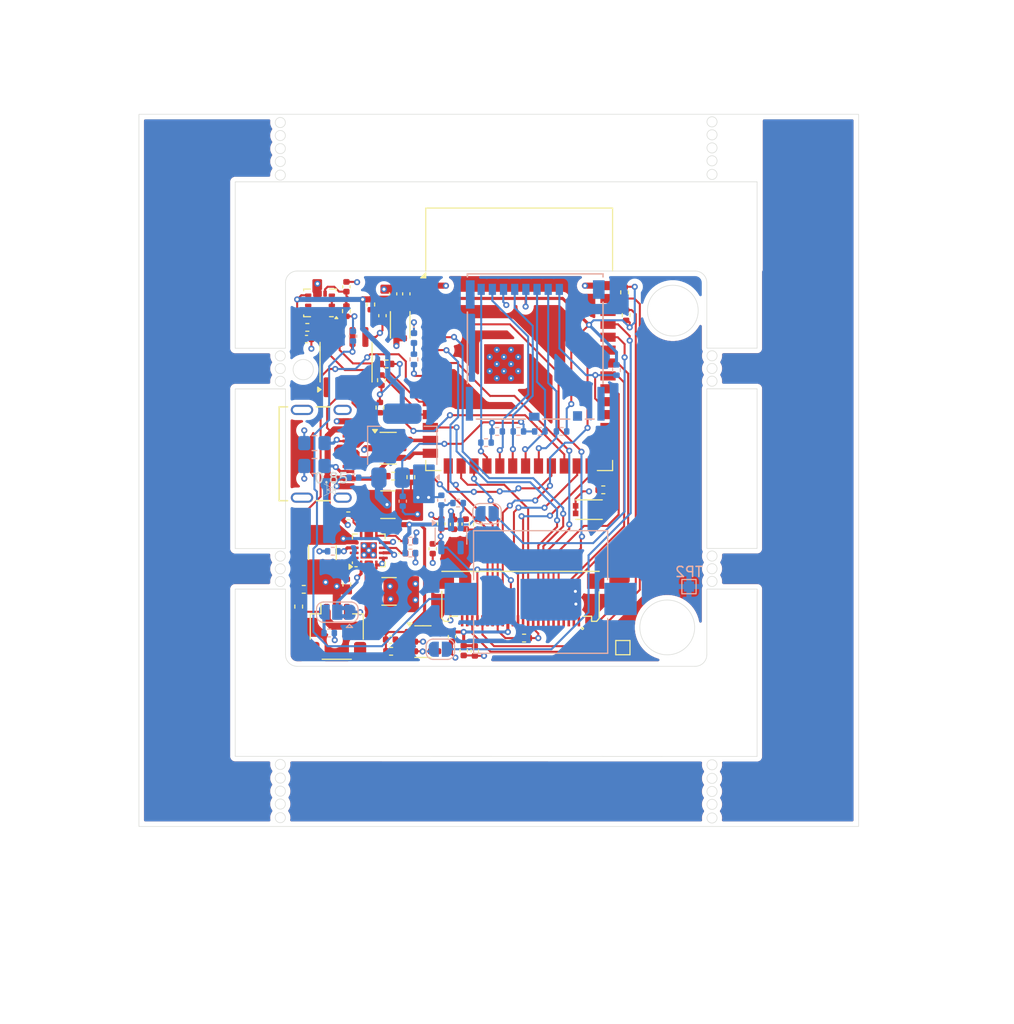
<source format=kicad_pcb>
(kicad_pcb (version 20241229) (generator "pcbnew") (generator_version "9.0")
  (layers (0 "F.Cu" signal) (4 "In1.Cu" signal) (6 "In2.Cu" signal) (2 "B.Cu" signal) (13 "F.Paste" user) (15 "B.Paste" user) (5 "F.SilkS" user "F.Silkscreen") (7 "B.SilkS" user "B.Silkscreen") (1 "F.Mask" user) (3 "B.Mask" user) (25 "Edge.Cuts" user))
  (net 0 "")
  (net 1 "GND")
  (net 2 "+3V3_MCU")
  (net 3 "5V_USB")
  (net 4 "VBUS")
  (net 5 "+BATT")
  (net 6 "Net-(D15-A)")
  (net 7 "Net-(D15-K)")
  (net 8 "Net-(D16-A)")
  (net 9 "Net-(D16-K)")
  (net 10 "SDMMC1_D0")
  (net 11 "SDMMC1_D1")
  (net 12 "SDMMC1_D2")
  (net 13 "SDMMC1_D3")
  (net 14 "SDMMC1_CMD")
  (net 15 "RTC_SDA")
  (net 16 "RTC_SCL")
  (net 17 "RTC_INT")
  (net 18 "RTC_BATT")
  (net 19 "Net-(U9-CC1)")
  (net 20 "Net-(U9-CC2)")
  (net 21 "Net-(U11-ISET)")
  (net 22 "Net-(U11-ILIM)")
  (net 23 "Net-(U11-TMR)")
  (net 24 "CAM_SCL")
  (net 26 "DVP_Y6")
  (net 27 "CAM_RST")
  (net 28 "CAM_HREF")
  (net 29 "DVP_PCLK")
  (net 30 "DVP_Y5")
  (net 31 "CAM_VSYNC")
  (net 32 "USB_D+")
  (net 33 "DVP_Y3")
  (net 34 "DVP_Y9")
  (net 35 "CAM_PWDN")
  (net 36 "SDMMC1_SCK")
  (net 37 "DVP_Y2")
  (net 38 "DVP_Y7")
  (net 39 "XMCLK")
  (net 40 "DVP_Y4")
  (net 41 "CAM_SDA")
  (net 42 "DVP_Y8")
  (net 44 "+2V8")
  (net 46 "USB_D-")
  (net 50 "/MCU/USB_CON_N")
  (net 51 "/MCU/USB_CON_P")
  (net 53 "+1V5")
  (net 54 "CHIP_EN")
  (net 55 "EN_1.5V")
  (net 56 "Net-(JP1-B)")
  (net 57 "Net-(R18-Pad2)")
  (net 58 "BOOT")
  (net 62 "EN_2.8V")
  (net 63 "Net-(JP2-B)")
  (net 64 "USB_INT")
  (net 65 "BATT_MEASURE")
  (net 69 "Net-(D2-A)")
  (net 70 "Net-(U2-IO15)")
  (net 71 "Net-(J4-Pin_3)")
  (net 72 "Net-(JP5-B)")
  (net 73 "TEMP")
  (net 74 "Net-(U4-SCX)")
  (net 75 "Net-(U4-CS)")
  (net 82 "NONET_NET")
  (footprint "Resistor_SMD:R_0402_1005Metric" (layer "F.Cu") (at 108.05 111.1938 180)
    (property "Reference" "R18" (hide yes))
    (property "Value" "10k")
  )
  (footprint "Resistor_SMD:R_0402_1005Metric" (layer "F.Cu") (at 78.55 120.9938)
    (property "Reference" "R22" (hide yes))
    (property "Value" "24.9k")
  )
  (footprint "Resistor_SMD:R_0402_1005Metric" (layer "F.Cu") (at 95.65 114.5938 90)
    (property "Reference" "R1" (hide yes))
    (property "Value" "10k")
  )
  (footprint "Capacitor_SMD:C_0402_1005Metric" (layer "F.Cu") (at 95.4 127.0638 90)
    (property "Reference" "C5" (hide yes))
    (property "Value" "100n")
  )
  (footprint "Capacitor_SMD:C_0402_1005Metric" (layer "F.Cu") (at 91.25 116.9938 -90)
    (property "Reference" "C9" (hide yes))
    (property "Value" "1u")
  )
  (footprint "Resistor_SMD:R_0402_1005Metric" (layer "F.Cu") (at 86.05 103.0938 -90)
    (property "Reference" "R10" (hide yes))
    (property "Value" "3.3k")
  )
  (footprint "Resistor_SMD:R_0402_1005Metric" (layer "F.Cu") (at 82.75 93.5938 90)
    (property "Reference" "R31" (hide yes))
    (property "Value" "10k")
  )
  (footprint "Package_DFN_QFN:VQFN-16-1EP_3x3mm_P0.5mm_EP1.6x1.6mm" (layer "F.Cu") (at 84.95 117.1563 90)
    (property "Reference" "U11" (hide yes))
    (property "Value" "BQ24074RGT")
  )
  (footprint "Capacitor_SMD:C_0402_1005Metric" (layer "F.Cu") (at 82.75 91.1938 -90)
    (property "Reference" "C14" (hide yes))
    (property "Value" "100n")
  )
  (footprint "Capacitor_SMD:C_0402_1005Metric" (layer "F.Cu") (at 94.3 127.0238 -90)
    (property "Reference" "C4" (hide yes))
    (property "Value" "4.7u")
  )
  (footprint "Resistor_SMD:R_0402_1005Metric" (layer "F.Cu") (at 87.15 127.0938 180)
    (property "Reference" "R16" (hide yes))
    (property "Value" "100k")
  )
  (footprint "Capacitor_SMD:C_1210_3225Metric_Pad1.33x2.70mm_HandSolder" (layer "F.Cu") (at 86.8375 112.6563)
    (property "Reference" "C27" (hide yes))
    (property "Value" "10u")
  )
  (footprint "Package_SO:SOIC-8_3.9x4.9mm_P1.27mm" (layer "F.Cu") (at 82.715 98.6188 90)
    (property "Reference" "U3" (hide yes))
    (property "Value" "DS3231MZ")
  )
  (footprint "Capacitor_SMD:C_0402_1005Metric" (layer "F.Cu") (at 86.3 94.0438 90)
    (property "Reference" "C6" (hide yes))
    (property "Value" "100n")
  )
  (footprint "Resistor_SMD:R_0402_1005Metric" (layer "F.Cu") (at 82.9375 113.7563)
    (property "Reference" "R27" (hide yes))
    (property "Value" "1.62k")
  )
  (footprint "Resistor_SMD:R_0402_1005Metric" (layer "F.Cu") (at 85.15 92.9438 -90)
    (property "Reference" "R17" (hide yes))
    (property "Value" "100k")
  )
  (footprint "WearCam_Components_Lib:SW_EVPBB4A9B000" (layer "F.Cu") (at 88.05 94.9438 90)
    (property "Reference" "S1" (hide yes))
    (property "Value" "C913778")
  )
  (footprint "Capacitor_SMD:C_0402_1005Metric" (layer "F.Cu") (at 92.1 114.5438 -90)
    (property "Reference" "C12" (hide yes))
    (property "Value" "100n")
  )
  (footprint "Resistor_SMD:R_0402_1005Metric" (layer "F.Cu") (at 78.9 95.1938)
    (property "Reference" "R32" (hide yes))
    (property "Value" "10k")
  )
  (footprint "Resistor_SMD:R_0402_1005Metric" (layer "F.Cu") (at 78.05 122.6938 90)
    (property "Reference" "R21" (hide yes))
    (property "Value" "10k")
  )
  (footprint "Capacitor_SMD:C_0402_1005Metric" (layer "F.Cu") (at 93.15 125.6438 -90)
    (property "Reference" "C3" (hide yes))
    (property "Value" "1u")
  )
  (footprint "Resistor_SMD:R_0402_1005Metric" (layer "F.Cu") (at 86.7 98.7938 180)
    (property "Reference" "R9" (hide yes))
    (property "Value" "3.3k")
  )
  (footprint "Package_LGA:LGA-14_3x2.5mm_P0.5mm_LayoutBorder3x4y" (layer "F.Cu") (at 80.15 92.7813 180)
    (property "Reference" "U4" (hide yes))
    (property "Value" "LSM6DSM")
  )
  (footprint "Capacitor_SMD:C_1210_3225Metric_Pad1.33x2.70mm_HandSolder" (layer "F.Cu") (at 80.3875 117.3563 90)
    (property "Reference" "C26" (hide yes))
    (property "Value" "10u")
  )
  (footprint "Capacitor_SMD:C_0402_1005Metric" (layer "F.Cu") (at 88.65 91.8938 -90)
    (property "Reference" "C1" (hide yes))
    (property "Value" "100n")
  )
  (footprint "Capacitor_SMD:C_0402_1005Metric" (layer "F.Cu") (at 78.82 96.3438)
    (property "Reference" "C13" (hide yes))
    (property "Value" "100n")
  )
  (footprint "WearCam_Components_Lib:OMRON_XF2M-2415-1A" (layer "F.Cu") (at 99.9 121.7438 180)
    (property "Reference" "J2" (hide yes))
    (property "Value" "XF2M-2415-1A BY OMZ")
  )
  (footprint "Resistor_SMD:R_0402_1005Metric" (layer "F.Cu") (at 100.25 125.7938)
    (property "Reference" "R7" (hide yes))
    (property "Value" "10k")
  )
  (footprint "ARC_Components_Lib:MOLEX_2171790001" (layer "F.Cu") (at 79.525 107.6438 -90)
    (property "Reference" "U9" (hide yes))
    (property "Value" "Molex 217179-0001" (hide yes))
  )
  (footprint "TestPoint:TestPoint_Pad_1.0x1.0mm" (layer "F.Cu") (at 109.98 126.7338)
    (property "Reference" "TP1" (hide yes))
    (property "Value" "TestPoint_Small")
  )
  (footprint "Diode_SMD:D_0402_1005Metric" (layer "F.Cu") (at 89.05 116.2438)
    (property "Reference" "D16" (hide yes))
    (property "Value" "16-213SURC/S530-A4/TR8")
  )
  (footprint "Resistor_SMD:R_0402_1005Metric" (layer "F.Cu") (at 82.7875 120.5163 90)
    (property "Reference" "R26" (hide yes))
    (property "Value" "750")
  )
  (footprint "Diode_SMD:D_0402_1005Metric" (layer "F.Cu") (at 89.05 117.4438)
    (property "Reference" "D15" (hide yes))
    (property "Value" "16-213/BHC-AN1P2/3T")
  )
  (footprint "Resistor_SMD:R_0402_1005Metric" (layer "F.Cu") (at 110.15 91.7438 90)
    (property "Reference" "R14" (hide yes))
    (property "Value" "3.3k")
  )
  (footprint "WearCam_Components_Lib:SW_EVPBB4A9B000" (layer "F.Cu") (at 106.65 113.1438 180)
    (property "Reference" "S2" (hide yes))
    (property "Value" "C913778")
  )
  (footprint "RF_Module:ESP32-S3-WROOM-1" (layer "F.Cu") (at 99.765 96.3438)
    (property "Reference" "U2" (hide yes))
    (property "Value" "ESP32-S3-WROOM-1")
  )
  (footprint "Package_TO_SOT_SMD:SOT-23-5" (layer "F.Cu") (at 90.2875 126.1438)
    (property "Reference" "U5" (hide yes))
    (property "Value" "LP5907MFX-1.5")
  )
  (footprint "Capacitor_SMD:C_0402_1005Metric" (layer "F.Cu") (at 87.1 125.9438)
    (property "Reference" "C10" (hide yes))
    (property "Value" "1u")
  )
  (footprint "Capacitor_SMD:C_1210_3225Metric_Pad1.33x2.70mm_HandSolder" (layer "F.Cu") (at 86.95 121.1938)
    (property "Reference" "C28" (hide yes))
    (property "Value" "10u")
  )
  (footprint "Resistor_SMD:R_0402_1005Metric" (layer "F.Cu") (at 87.35 109.8438)
    (property "Reference" "R19" (hide yes))
    (property "Value" "10k")
  )
  (footprint "Package_TO_SOT_SMD:SOT-23-6" (layer "F.Cu") (at 86.8625 107.0938)
    (property "Reference" "U10" (hide yes))
    (property "Value" "USBLC6-2SC6")
  )
  (footprint "Connector_JST:JST_SH_SM03B-SRSS-TB_1x03-1MP_P1.00mm_Horizontal" (layer "F.Cu") (at 81.8 125.1938)
    (property "Reference" "J4" (hide yes))
    (property "Value" "Conn_01x03_Pin")
  )
  (footprint "Resistor_SMD:R_0402_1005Metric" (layer "F.Cu") (at 110.3 93.9938 -90)
    (property "Reference" "R30" (hide yes))
    (property "Value" "3.3k")
  )
  (footprint "Capacitor_SMD:C_0402_1005Metric" (layer "F.Cu") (at 93.35 114.5938 90)
    (property "Reference" "C7" (hide yes))
    (property "Value" "4.7u")
  )
  (footprint "Resistor_SMD:R_0402_1005Metric" (layer "F.Cu") (at 86.2 100.3938 90)
    (property "Reference" "R8" (hide yes))
    (property "Value" "3.3k")
  )
  (footprint "Resistor_SMD:R_0402_1005Metric" (layer "F.Cu") (at 89.1 109.9438 -90)
    (property "Reference" "R20" (hide yes))
    (property "Value" "20k")
  )
  (footprint "Capacitor_SMD:C_0402_1005Metric" (layer "F.Cu") (at 87.35 91.8938 -90)
    (property "Reference" "C2" (hide yes))
    (property "Value" "10u")
  )
  (footprint "Capacitor_SMD:C_0402_1005Metric" (layer "F.Cu") (at 94.5 114.5638 90)
    (property "Reference" "C8" (hide yes))
    (property "Value" "4.7u")
  )
  (footprint "Resistor_SMD:R_0805_2012Metric_Pad1.20x1.40mm_HandSolder" (layer "B.Cu") (at 79.6 108.8438 180)
    (property "Reference" "R25" (hide yes))
    (property "Value" "5.1k")
  )
  (footprint "Package_TO_SOT_SMD:SOT-223" (layer "B.Cu") (at 88.25 106.8438 90)
    (property "Reference" "U1" (hide yes))
    (property "Value" "AP2111H-3.3TRG1")
  )
  (footprint "Resistor_SMD:R_0805_2012Metric_Pad1.20x1.40mm_HandSolder" (layer "B.Cu") (at 79.6 106.5938 180)
    (property "Reference" "R24" (hide yes))
    (property "Value" "5.1k")
  )
  (footprint "Resistor_SMD:R_0402_1005Metric" (layer "B.Cu") (at 109.35 99.3938 90)
    (property "Reference" "R4" (hide yes))
    (property "Value" "10k")
  )
  (footprint "Resistor_SMD:R_0402_1005Metric" (layer "B.Cu") (at 81.05 125.2938)
    (property "Reference" "R11" (hide yes))
    (property "Value" "10k")
  )
  (footprint "Resistor_SMD:R_0402_1005Metric" (layer "B.Cu") (at 103.94 105.4438)
    (property "Reference" "R5" (hide yes))
    (property "Value" "10k")
  )
  (footprint "Capacitor_SMD:C_0402_1005Metric" (layer "B.Cu") (at 83.47 109.9938 180)
    (property "Reference" "C22" (hide yes))
    (property "Value" "1u")
  )
  (footprint "Resistor_SMD:R_0402_1005Metric" (layer "B.Cu") (at 89.05 117.4188)
    (property "Reference" "R12" (hide yes))
    (property "Value" "150R")
  )
  (footprint "TestPoint:TestPoint_Pad_1.0x1.0mm" (layer "B.Cu") (at 116.49 120.7238 180)
    (property "Reference" "TP2")
    (property "Value" "TestPoint_Small")
  )
  (footprint "Resistor_SMD:R_0402_1005Metric" (layer "B.Cu") (at 101.8 105.4438 180)
    (property "Reference" "R6" (hide yes))
    (property "Value" "10k")
  )
  (footprint "Resistor_SMD:R_0402_1005Metric" (layer "B.Cu") (at 89.05 116.2438)
    (property "Reference" "R15" (hide yes))
    (property "Value" "150R")
  )
  (footprint "Package_TO_SOT_SMD:SOT-23-5" (layer "B.Cu") (at 93.05 115.7438 -90)
    (property "Reference" "U6" (hide yes))
    (property "Value" "TLV74328PDBVR")
  )
  (footprint "Resistor_SMD:R_0402_1005Metric" (layer "B.Cu") (at 89.4 98.3438 90)
    (property "Reference" "R13" (hide yes))
    (property "Value" "150R")
  )
  (footprint "Resistor_SMD:R_0402_1005Metric" (layer "B.Cu") (at 93.75 112.4938 180)
    (property "Reference" "R23" (hide yes))
    (property "Value" "100k")
  )
  (footprint "Diode_SMD:D_0402_1005Metric" (layer "B.Cu") (at 89.4 96.2438 -90)
    (property "Reference" "D2" (hide yes))
    (property "Value" "16-213/BHC-AN1P2/3T")
  )
  (footprint "Resistor_SMD:R_0402_1005Metric" (layer "B.Cu") (at 99.69 105.4438)
    (property "Reference" "R29" (hide yes))
    (property "Value" "10k")
  )
  (footprint "WearCam_Components_Lib:BAT_3000" (layer "B.Cu") (at 101.88 121.9438 180)
    (property "Reference" "BT1" (hide yes))
    (property "Value" "C238097")
  )
  (footprint "Jumper:SolderJumper-2_P1.3mm_Open_RoundedPad1.0x1.5mm" (layer "B.Cu") (at 92 126.8938 180)
    (property "Reference" "JP1" (hide yes))
    (property "Value" "SolderJumper_2_Open")
  )
  (footprint "Capacitor_SMD:C_0402_1005Metric" (layer "B.Cu") (at 83.4 96.0638 90)
    (property "Reference" "C15" (hide yes))
    (property "Value" "1u")
  )
  (footprint "Jumper:SolderJumper-2_P1.3mm_Open_RoundedPad1.0x1.5mm" (layer "B.Cu") (at 96.6 113.5438 180)
    (property "Reference" "JP2" (hide yes))
    (property "Value" "SolderJumper_2_Open")
  )
  (footprint "Capacitor_SMD:C_0402_1005Metric" (layer "B.Cu") (at 92.1 112.2138 90)
    (property "Reference" "C11" (hide yes))
    (property "Value" "1u")
  )
  (footprint "Resistor_SMD:R_0402_1005Metric" (layer "B.Cu") (at 97.6 105.4438 180)
    (property "Reference" "R2" (hide yes))
    (property "Value" "10k")
  )
  (footprint "Resistor_SMD:R_0402_1005Metric" (layer "B.Cu") (at 81.41 117.2438 180)
    (property "Reference" "R28" (hide yes))
    (property "Value" "49.9k")
  )
  (footprint "ARC_Components_Lib:CONN_503398-1892_MOL" (layer "B.Cu") (at 101.345 97.076901 180)
    (property "Reference" "J3" (hide yes))
    (property "Value" "Molex 5033981892")
  )
  (footprint "Capacitor_SMD:C_0402_1005Metric" (layer "B.Cu") (at 88.3 112.3138 -90)
    (property "Reference" "C23" (hide yes))
    (property "Value" "4.7u")
  )
  (footprint "Jumper:SolderJumper-3_P1.3mm_Bridged2Bar12_RoundedPad1.0x1.5mm" (layer "B.Cu") (at 81.85 123.2438 180)
    (property "Reference" "JP5" (hide yes))
    (property "Value" "SolderJumper_3_Bridged12")
  )
  (footprint "Resistor_SMD:R_0402_1005Metric" (layer "B.Cu") (at 96.5 106.5438)
    (property "Reference" "R3" (hide yes))
    (property "Value" "10k")
  )
  (gr_circle (center 76.24 80.2) (end 76.74 80.2) (stroke (width 0.05)) (fill no) (layer "Edge.Cuts"))
  (gr_circle (center 76.24 142.14) (end 76.74 142.14) (stroke (width 0.05)) (fill no) (layer "Edge.Cuts"))
  (gr_circle (center 118.76 99.2438) (end 119.26 99.2438) (stroke (width 0.05)) (fill no) (layer "Edge.Cuts"))
  (gr_circle (center 118.76 78.79) (end 119.26 78.79) (stroke (width 0.05)) (fill no) (layer "Edge.Cuts"))
  (gr_circle (center 76.24 117.7238) (end 75.74 117.7238) (stroke (width 0.05)) (fill no) (layer "Edge.Cuts"))
  (gr_circle (center 118.76 120.2138) (end 119.26 120.2138) (stroke (width 0.05)) (fill no) (layer "Edge.Cuts"))
  (gr_line (start 77.9 128.5738) (end 117.1 128.5738) (stroke (width 0.05)) (layer "Edge.Cuts"))
  (gr_circle (center 76.24 78.86) (end 76.74 78.86) (stroke (width 0.05)) (fill no) (layer "Edge.Cuts"))
  (gr_circle (center 118.76 74.95) (end 119.26 74.95) (stroke (width 0.05)) (fill no) (layer "Edge.Cuts"))
  (gr_circle (center 118.76 142.17) (end 119.26 142.17) (stroke (width 0.05)) (fill no) (layer "Edge.Cuts"))
  (gr_circle (center 114.35 124.7438) (end 117.05 124.7438) (stroke (width 0.05)) (fill no) (layer "Edge.Cuts"))
  (gr_circle (center 76.24 138.24) (end 76.74 138.24) (stroke (width 0.05)) (fill no) (layer "Edge.Cuts"))
  (gr_line (start 76.75 101.2538) (end 71.8 101.2538) (stroke (width 0.05)) (layer "Edge.Cuts"))
  (gr_circle (center 76.24 120.2238) (end 75.74 120.2238) (stroke (width 0.05)) (fill no) (layer "Edge.Cuts"))
  (gr_line (start 118.25 90.7938) (end 118.25 97.24) (stroke (width 0.05)) (layer "Edge.Cuts"))
  (gr_line (start 71.8 101.2538) (end 71.8 116.9738) (stroke (width 0.05)) (layer "Edge.Cuts"))
  (gr_circle (center 118.76 100.4938) (end 119.26 100.4938) (stroke (width 0.05)) (fill no) (layer "Edge.Cuts"))
  (gr_line (start 76.75 116.9738) (end 71.8 116.9738) (stroke (width 0.05)) (layer "Edge.Cuts"))
  (gr_arc (start 76.75 90.7938) (mid 77.086827 89.980627) (end 77.9 89.6438) (stroke (width 0.05)) (layer "Edge.Cuts"))
  (gr_line (start 118.25 116.9638) (end 123.2 116.9638) (stroke (width 0.05)) (layer "Edge.Cuts"))
  (gr_line (start 118.25 120.97) (end 123.2 120.97) (stroke (width 0.05)) (layer "Edge.Cuts"))
  (gr_line (start 76.75 97.25) (end 76.75 90.7938) (stroke (width 0.05)) (layer "Edge.Cuts"))
  (gr_circle (center 76.24 77.59) (end 76.74 77.59) (stroke (width 0.05)) (fill no) (layer "Edge.Cuts"))
  (gr_arc (start 77.9 128.5738) (mid 77.086827 128.236973) (end 76.75 127.4238) (stroke (width 0.05)) (layer "Edge.Cuts"))
  (gr_line (start 71.8 97.25) (end 71.8 80.86) (stroke (width 0.05)) (layer "Edge.Cuts"))
  (gr_line (start 118.25 116.9638) (end 118.25 101.2438) (stroke (width 0.05)) (layer "Edge.Cuts"))
  (gr_circle (center 78.5 99.3538) (end 79.5 99.3538) (stroke (width 0.05)) (fill no) (layer "Edge.Cuts"))
  (gr_line (start 118.25 97.24) (end 123.2 97.24) (stroke (width 0.05)) (layer "Edge.Cuts"))
  (gr_circle (center 114.9 93.5438) (end 117.4 93.5438) (stroke (width 0.05)) (fill no) (layer "Edge.Cuts"))
  (gr_line (start 118.25 120.97) (end 118.25 127.4238) (stroke (width 0.05)) (layer "Edge.Cuts"))
  (gr_line (start 76.75 127.4238) (end 76.75 120.97) (stroke (width 0.05)) (layer "Edge.Cuts"))
  (gr_circle (center 76.24 143.48) (end 76.74 143.48) (stroke (width 0.05)) (fill no) (layer "Edge.Cuts"))
  (gr_circle (center 76.24 100.5038) (end 75.74 100.5038) (stroke (width 0.05)) (fill no) (layer "Edge.Cuts"))
  (gr_circle (center 76.24 76.3) (end 76.74 76.3) (stroke (width 0.05)) (fill no) (layer "Edge.Cuts"))
  (gr_circle (center 76.24 98.0038) (end 75.74 98.0038) (stroke (width 0.05)) (fill no) (layer "Edge.Cuts"))
  (gr_circle (center 118.76 97.9938) (end 119.26 97.9938) (stroke (width 0.05)) (fill no) (layer "Edge.Cuts"))
  (gr_circle (center 118.76 117.7138) (end 119.26 117.7138) (stroke (width 0.05)) (fill no) (layer "Edge.Cuts"))
  (gr_circle (center 76.24 118.9738) (end 75.74 118.9738) (stroke (width 0.05)) (fill no) (layer "Edge.Cuts"))
  (gr_arc (start 118.25 127.4238) (mid 117.913173 128.236973) (end 117.1 128.5738) (stroke (width 0.05)) (layer "Edge.Cuts"))
  (gr_circle (center 118.76 140.9) (end 119.26 140.9) (stroke (width 0.05)) (fill no) (layer "Edge.Cuts"))
  (gr_circle (center 118.76 118.9638) (end 119.26 118.9638) (stroke (width 0.05)) (fill no) (layer "Edge.Cuts"))
  (gr_line (start 76.75 97.25) (end 71.8 97.25) (stroke (width 0.05)) (layer "Edge.Cuts"))
  (gr_circle (center 118.76 80.13) (end 119.26 80.13) (stroke (width 0.05)) (fill no) (layer "Edge.Cuts"))
  (gr_line (start 76.75 101.2538) (end 76.75 116.9738) (stroke (width 0.05)) (layer "Edge.Cuts"))
  (gr_line (start 118.25 101.2438) (end 123.2 101.2438) (stroke (width 0.05)) (layer "Edge.Cuts"))
  (gr_circle (center 76.24 139.58) (end 76.74 139.58) (stroke (width 0.05)) (fill no) (layer "Edge.Cuts"))
  (gr_line (start 77.9 89.6438) (end 117.1 89.6438) (stroke (width 0.05)) (layer "Edge.Cuts"))
  (gr_circle (center 118.76 76.23) (end 119.26 76.23) (stroke (width 0.05)) (fill no) (layer "Edge.Cuts"))
  (gr_line (start 71.8 80.86) (end 123.2 80.86) (stroke (width 0.05)) (layer "Edge.Cuts"))
  (gr_line (start 123.2 120.97) (end 123.2 137.45) (stroke (width 0.05)) (layer "Edge.Cuts"))
  (gr_circle (center 76.24 99.2538) (end 75.74 99.2538) (stroke (width 0.05)) (fill no) (layer "Edge.Cuts"))
  (gr_arc (start 117.1 89.6438) (mid 117.913173 89.980627) (end 118.25 90.7938) (stroke (width 0.05)) (layer "Edge.Cuts"))
  (gr_line (start 123.2 116.9638) (end 123.2 101.2438) (stroke (width 0.05)) (layer "Edge.Cuts"))
  (gr_circle (center 118.76 77.52) (end 119.26 77.52) (stroke (width 0.05)) (fill no) (layer "Edge.Cuts"))
  (gr_circle (center 118.76 139.61) (end 119.26 139.61) (stroke (width 0.05)) (fill no) (layer "Edge.Cuts"))
  (gr_line (start 123.2 80.86) (end 123.2 97.24) (stroke (width 0.05)) (layer "Edge.Cuts"))
  (gr_line (start 71.8 120.97) (end 71.8 137.44) (stroke (width 0.05)) (layer "Edge.Cuts"))
  (gr_circle (center 118.76 138.27) (end 119.26 138.27) (stroke (width 0.05)) (fill no) (layer "Edge.Cuts"))
  (gr_rect (start 62.315 74.2088) (end 133.2 144.3488) (stroke (width 0.05)) (fill no) (layer "Edge.Cuts"))
  (gr_circle (center 76.24 75.02) (end 76.74 75.02) (stroke (width 0.05)) (fill no) (layer "Edge.Cuts"))
  (gr_line (start 76.75 120.97) (end 71.8 120.97) (stroke (width 0.05)) (layer "Edge.Cuts"))
  (gr_circle (center 118.76 143.51) (end 119.26 143.51) (stroke (width 0.05)) (fill no) (layer "Edge.Cuts"))
  (gr_circle (center 76.24 140.87) (end 76.74 140.87) (stroke (width 0.05)) (fill no) (layer "Edge.Cuts"))
  (gr_line (start 71.8 137.44) (end 123.2 137.45) (stroke (width 0.05)) (layer "Edge.Cuts"))
  (dimension (type orthogonal) (layer "Edge.Cuts") (pts (xy 80.83 112.02) (xy 81.68 112.01)) (height -0.83) (orientation 0) (format (prefix "") (suffix "") (units 3) (units_format 0) (precision 4) (suppress_zeroes yes)) (style (thickness 0.05) (arrow_length 1.27) (text_position_mode 0) (arrow_direction outward) (extension_height 0.58642) (extension_offset 0.5) (keep_text_aligned yes)) (gr_text "0.85" (at 81.255 110.04 0) (layer "Edge.Cuts") (effects (font (size 1 1) (thickness 0.15)))))
  (segment (start 94.3 127.5038) (end 95.36 127.5038) (width 0.2) (layer "F.Cu") (net 1))
  (segment (start 79.3 97.2938) (end 79.3 96.5038) (width 0.2) (layer "F.Cu") (net 1))
  (segment (start 87.675 96.2688) (end 88.425 96.2688) (width 0.6) (layer "F.Cu") (net 1))
  (segment (start 82.7875 121.0263) (end 82.1325 121.0263) (width 0.4) (layer "F.Cu") (net 1))
  (segment (start 81.8 123.1938) (end 81.8 120.6938) (width 0.8) (layer "F.Cu") (net 1))
  (segment (start 84.65 107.0938) (end 84.5 107.2438) (width 0.6) (layer "F.Cu") (net 1))
  (segment (start 86.15 118.5938) (end 86.275 118.4688) (width 0.3) (layer "F.Cu") (net 1))
  (segment (start 85.65 96.1438) (end 86.05 95.7438) (width 0.2) (layer "F.Cu") (net 1))
  (segment (start 91.1 113.6438) (end 91.1 113.6938) (width 0.2) (layer "F.Cu") (net 1))
  (segment (start 93 124.0438) (end 93 123.4938) (width 0.2) (layer "F.Cu") (net 1))
  (segment (start 84.62 96.1438) (end 85.65 96.1438) (width 0.2) (layer "F.Cu") (net 1))
  (segment (start 106.26 91.0838) (end 108.515 91.0838) (width 0.6) (layer "F.Cu") (net 1))
  (segment (start 87.58 125.9438) (end 88.95 125.9438) (width 0.2) (layer "F.Cu") (net 1))
  (segment (start 81.8 110.8438) (end 82.95 110.8438) (width 0.6) (layer "F.Cu") (net 1))
  (segment (start 101.15 124.8438) (end 101.65 125.3438) (width 0.2) (layer "F.Cu") (net 1))
  (segment (start 91.25 117.4738) (end 91.25 118.2438) (width 0.2) (layer "F.Cu") (net 1))
  (segment (start 94.5 114.0838) (end 93.38 114.0838) (width 0.2) (layer "F.Cu") (net 1))
  (segment (start 86.3 95.4938) (end 86.3 94.5238) (width 0.2) (layer "F.Cu") (net 1))
  (segment (start 86.05 95.7438) (end 86.3 95.4938) (width 0.2) (layer "F.Cu") (net 1))
  (segment (start 91.25 118.2438) (end 91.25 118.3938) (width 0.2) (layer "F.Cu") (net 1))
  (segment (start 89.1 110.4538) (end 89.1 111.4438) (width 0.2) (layer "F.Cu") (net 1))
  (segment (start 93 123.4938) (end 93.3 123.1938) (width 0.2) (layer "F.Cu") (net 1))
  (segment (start 93.38 114.0838) (end 93.35 114.1138) (width 0.2) (layer "F.Cu") (net 1))
  (segment (start 91.015 91.0838) (end 92.54 91.0838) (width 0.6) (layer "F.Cu") (net 1))
  (segment (start 106.65 111.3438) (end 106.05 111.3438) (width 0.2) (layer "F.Cu") (net 1))
  (segment (start 91.1 113.6938) (end 91.47 114.0638) (width 0.2) (layer "F.Cu") (net 1))
  (segment (start 85.7 118.5938) (end 86.15 118.5938) (width 0.3) (layer "F.Cu") (net 1))
  (segment (start 88.95 125.9438) (end 89.15 126.1438) (width 0.2) (layer "F.Cu") (net 1))
  (segment (start 85.725 107.0938) (end 84.65 107.0938) (width 0.6) (layer "F.Cu") (net 1))
  (segment (start 93.35 113.614656) (end 93.047156 113.311812) (width 0.2) (layer "F.Cu") (net 1))
  (segment (start 101.65 125.7938) (end 100.76 125.7938) (width 0.2) (layer "F.Cu") (net 1))
  (segment (start 95.4 127.5438) (end 96.3 127.5438) (width 0.2) (layer "F.Cu") (net 1))
  (segment (start 106.25 91.0938) (end 106.26 91.0838) (width 0.6) (layer "F.Cu") (net 1))
  (segment (start 101.65 125.3438) (end 101.65 125.7938) (width 0.2) (layer "F.Cu") (net 1))
  (segment (start 93.15 127.387631) (end 93.479291 127.716922) (width 0.2) (layer "F.Cu") (net 1))
  (segment (start 89.6 111.9438) (end 89.8 111.9438) (width 0.2) (layer "F.Cu") (net 1))
  (segment (start 86.3875 118.3563) (end 86.3875 117.9063) (width 0.3) (layer "F.Cu") (net 1))
  (segment (start 87.256737 116.4063) (end 86.3875 116.4063) (width 0.3) (layer "F.Cu") (net 1))
  (segment (start 87.344238 116.318799) (end 87.256737 116.4063) (width 0.3) (layer "F.Cu") (net 1))
  (segment (start 89.1 111.4438) (end 89.6 111.9438) (width 0.2) (layer "F.Cu") (net 1))
  (segment (start 82.4275 113.7563) (end 82.4275 114.1963) (width 0.4) (layer "F.Cu") (net 1))
  (segment (start 106.05 111.3438) (end 105.325 112.0688) (width 0.2) (layer "F.Cu") (net 1))
  (segment (start 92.54 91.0838) (end 92.55 91.0938) (width 0.6) (layer "F.Cu") (net 1))
  (segment (start 93.15 126.1238) (end 93.15 127.387631) (width 0.2) (layer "F.Cu") (net 1))
  (segment (start 93.35 114.1138) (end 93.35 113.614656) (width 0.2) (layer "F.Cu") (net 1))
  (segment (start 83.77 90.7138) (end 83.8 90.7438) (width 0.2) (layer "F.Cu") (net 1))
  (segment (start 95.36 127.5038) (end 95.4 127.5438) (width 0.2) (layer "F.Cu") (net 1))
  (segment (start 89.15 126.1438) (end 90.3 126.1438) (width 0.2) (layer "F.Cu") (net 1))
  (segment (start 82.4275 114.1963) (end 82.8875 114.6563) (width 0.4) (layer "F.Cu") (net 1))
  (segment (start 82.1325 121.0263) (end 81.8 120.6938) (width 0.4) (layer "F.Cu") (net 1))
  (segment (start 94.65 123.4938) (end 94.65 124.0938) (width 0.2) (layer "F.Cu") (net 1))
  (segment (start 105.325 112.7688) (end 105.325 113.5188) (width 0.2) (layer "F.Cu") (net 1))
  (segment (start 93.3 123.1938) (end 94.35 123.1938) (width 0.2) (layer "F.Cu") (net 1))
  (segment (start 87.675 97.0188) (end 87.675 96.2688) (width 0.6) (layer "F.Cu") (net 1))
  (segment (start 79.3 96.5038) (end 79.46 96.3438) (width 0.2) (layer "F.Cu") (net 1))
  (segment (start 82.75 90.7138) (end 83.77 90.7138) (width 0.2) (layer "F.Cu") (net 1))
  (segment (start 82.95 104.4438) (end 81.8 104.4438) (width 0.6) (layer "F.Cu") (net 1))
  (segment (start 105.325 112.0688) (end 105.325 113.5188) (width 0.2) (layer "F.Cu") (net 1))
  (segment (start 86.275 118.4688) (end 86.3875 118.3563) (width 0.3) (layer "F.Cu") (net 1))
  (segment (start 101.15 124.0938) (end 101.15 124.8438) (width 0.2) (layer "F.Cu") (net 1))
  (segment (start 94.35 123.1938) (end 94.65 123.4938) (width 0.2) (layer "F.Cu") (net 1))
  (segment (start 83.54 94.1038) (end 82.75 94.1038) (width 0.2) (layer "F.Cu") (net 1))
  (segment (start 91.47 114.0638) (end 92.1 114.0638) (width 0.2) (layer "F.Cu") (net 1))
  (via (at 84.5 107.2438) (size 0.6) (drill 0.3) (layers "F.Cu" "B.Cu") (net 1))
  (via (at 89.55 120.4438) (size 0.6) (drill 0.3) (layers "F.Cu" "B.Cu") (net 1))
  (via (at 106.25 91.0938) (size 0.6) (drill 0.3) (layers "F.Cu" "B.Cu") (net 1))
  (via (at 91.25 118.3938) (size 0.6) (drill 0.3) (layers "F.Cu" "B.Cu") (net 1))
  (via (at 90.85 111.9438) (size 0.6) (drill 0.3) (layers "F.Cu" "B.Cu") (net 1))
  (via (at 86.05 95.7438) (size 0.6) (drill 0.3) (layers "F.Cu" "B.Cu") (net 1))
  (via (at 101.65 125.7938) (size 0.6) (drill 0.3) (layers "F.Cu" "B.Cu") (net 1))
  (via (at 83.54 94.1038) (size 0.6) (drill 0.3) (layers "F.Cu" "B.Cu") (net 1))
  (via (at 81.8 120.6938) (size 0.6) (drill 0.3) (layers "F.Cu" "B.Cu") (net 1))
  (via (at 92.55 91.0938) (size 0.6) (drill 0.3) (layers "F.Cu" "B.Cu") (net 1))
  (via (at 106.65 111.3438) (size 0.6) (drill 0.3) (layers "F.Cu" "B.Cu") (net 1))
  (via (at 90.3 126.1438) (size 0.6) (drill 0.3) (layers "F.Cu" "B.Cu") (net 1))
  (via (at 85.3875 117.6063) (size 0.6) (drill 0.3) (layers "F.Cu" "B.Cu") (net 1))
  (via (at 87.344238 116.318799) (size 0.6) (drill 0.3) (layers "F.Cu" "B.Cu") (net 1))
  (via (at 81.8 110.8438) (size 0.6) (drill 0.3) (layers "F.Cu" "B.Cu") (net 1))
  (via (at 89.4 94.6938) (size 0.6) (drill 0.3) (layers "F.Cu" "B.Cu") (net 1))
  (via (at 82.8875 114.6563) (size 0.6) (drill 0.3) (layers "F.Cu" "B.Cu") (net 1))
  (via (at 84.4875 116.7063) (size 0.6) (drill 0.3) (layers "F.Cu" "B.Cu") (net 1))
  (via (at 89.75 113.5938) (size 0.6) (drill 0.3) (layers "F.Cu" "B.Cu") (net 1))
  (via (at 86.275 118.4688) (size 0.6) (drill 0.3) (layers "F.Cu" "B.Cu") (net 1))
  (via (at 93.047156 113.311812) (size 0.6) (drill 0.3) (layers "F.Cu" "B.Cu") (net 1))
  (via (at 96.3 127.5438) (size 0.6) (drill 0.3) (layers "F.Cu" "B.Cu") (net 1))
  (via (at 87.1 121.9438) (size 0.6) (drill 0.3) (layers "F.Cu" "B.Cu") (net 1))
  (via (at 105.3 121.1938) (size 0.6) (drill 0.3) (layers "F.Cu" "B.Cu") (net 1))
  (via (at 84.95 117.1563) (size 0.6) (drill 0.3) (layers "F.Cu" "B.Cu") (net 1))
  (via (at 84.4875 117.6063) (size 0.6) (drill 0.3) (layers "F.Cu" "B.Cu") (net 1))
  (via (at 93 124.0438) (size 0.6) (drill 0.3) (layers "F.Cu" "B.Cu") (net 1))
  (via (at 98.5 92.9938) (size 0.6) (drill 0.3) (layers "F.Cu" "B.Cu") (net 1))
  (via (at 89.8 111.9438) (size 0.6) (drill 0.3) (layers "F.Cu" "B.Cu") (net 1))
  (via (at 85.3875 116.7063) (size 0.6) (drill 0.3) (layers "F.Cu" "B.Cu") (net 1))
  (via (at 80.1 117.2438) (size 0.6) (drill 0.3) (layers "F.Cu" "B.Cu") (net 1))
  (via (at 78.6 110.0938) (size 0.6) (drill 0.3) (layers "F.Cu" "B.Cu") (net 1))
  (via (at 79.9 90.8938) (size 0.6) (drill 0.3) (layers "F.Cu" "B.Cu") (net 1))
  (via (at 81.6 125.9938) (size 0.6) (drill 0.3) (layers "F.Cu" "B.Cu") (net 1))
  (via (at 78.6 105.3438) (size 0.6) (drill 0.3) (layers "F.Cu" "B.Cu") (net 1))
  (via (at 81.8 104.4438) (size 0.6) (drill 0.3) (layers "F.Cu" "B.Cu") (net 1))
  (via (at 105.35 122.4438) (size 0.6) (drill 0.3) (layers "F.Cu" "B.Cu") (net 1))
  (via (at 83.8 90.7438) (size 0.6) (drill 0.3) (layers "F.Cu" "B.Cu") (net 1))
  (via (at 93.479291 127.716922) (size 0.6) (drill 0.3) (layers "F.Cu" "B.Cu") (net 1))
  (via (at 87.05 120.6938) (size 0.6) (drill 0.3) (layers "F.Cu" "B.Cu") (net 1))
  (via (at 91.1 113.6438) (size 0.6) (drill 0.3) (layers "F.Cu" "B.Cu") (net 1))
  (via (at 79.3 97.2938) (size 0.6) (drill 0.3) (layers "F.Cu" "B.Cu") (net 1))
  (via (at 87.675 97.0188) (size 0.6) (drill 0.3) (layers "F.Cu" "B.Cu") (net 1))
  (via (at 80.7 120.2938) (size 0.6) (drill 0.3) (layers "F.Cu" "B.Cu") (net 1))
  (via (at 86.45 91.4438) (size 0.6) (drill 0.3) (layers "F.Cu" "B.Cu") (net 1))
  (via (at 89.55 122.0438) (size 0.6) (drill 0.3) (layers "F.Cu" "B.Cu") (net 1))
  (segment (start 98.2 92.6938) (end 98.2 91.4788) (width 0.2) (layer "B.Cu") (net 1))
  (segment (start 81.56 125.9538) (end 81.6 125.9938) (width 0.3) (layer "B.Cu") (net 1))
  (segment (start 98.2 91.4788) (end 98.224999 91.453801) (width 0.2) (layer "B.Cu") (net 1))
  (segment (start 80.9 117.2438) (end 80.1 117.2438) (width 0.3) (layer "B.Cu") (net 1))
  (segment (start 83.4 95.5838) (end 83.4 94.2438) (width 0.2) (layer "B.Cu") (net 1))
  (segment (start 88.3 112.7938) (end 88.3 113.3438) (width 0.2) (layer "B.Cu") (net 1))
  (segment (start 93.05 114.6063) (end 93.05 113.314656) (width 0.4) (layer "B.Cu") (net 1))
  (segment (start 81.8 110.3938) (end 81.8 110.8438) (width 0.2) (layer "B.Cu") (net 1))
  (segment (start 88.55 113.5938) (end 89.75 113.5938) (width 0.2) (layer "B.Cu") (net 1))
  (segment (start 78.6 108.8438) (end 78.6 110.0938) (width 0.2) (layer "B.Cu") (net 1))
  (segment (start 88.3 113.3438) (end 88.55 113.5938) (width 0.2) (layer "B.Cu") (net 1))
  (segment (start 78.6 106.5938) (end 78.6 105.3438) (width 0.2) (layer "B.Cu") (net 1))
  (segment (start 93.05 113.314656) (end 93.047156 113.311812) (width 0.4) (layer "B.Cu") (net 1))
  (segment (start 90.88 111.9138) (end 90.85 111.9438) (width 0.2) (layer "B.Cu") (net 1))
  (segment (start 81.56 125.2938) (end 81.56 125.9538) (width 0.3) (layer "B.Cu") (net 1))
  (segment (start 92.1 111.9138) (end 90.88 111.9138) (width 0.2) (layer "B.Cu") (net 1))
  (segment (start 98.5 92.9938) (end 98.2 92.6938) (width 0.2) (layer "B.Cu") (net 1))
  (segment (start 82.2 109.9938) (end 81.8 110.3938) (width 0.2) (layer "B.Cu") (net 1))
  (segment (start 82.99 109.9938) (end 82.2 109.9938) (width 0.2) (layer "B.Cu") (net 1))
  (segment (start 83.4 94.2438) (end 83.54 94.1038) (width 0.2) (layer "B.Cu") (net 1))
  (segment (start 89.4 95.7588) (end 89.4 94.6938) (width 0.2) (layer "B.Cu") (net 1))
  (segment (start 78.4 96.2438) (end 78.4 95.3338) (width 0.2) (layer "F.Cu") (net 2))
  (segment (start 82.03 91.6738) (end 81.55 91.1938) (width 0.2) (layer "F.Cu") (net 2))
  (segment (start 86.05 102.5838) (end 86.05 101.7938) (width 0.2) (layer "F.Cu") (net 2))
  (segment (start 78.3125 92.0313) (end 77.9 92.4438) (width 0.2) (layer "F.Cu") (net 2))
  (segment (start 86.2 100.9038) (end 86.2 101.6438) (width 0.2) (layer "F.Cu") (net 2))
  (segment (start 97.09 104.5938) (end 97.04 104.5438) (width 0.2) (layer "F.Cu") (net 2))
  (segment (start 80.65 91.4438) (end 80.65 91.8688) (width 0.2) (layer "F.Cu") (net 2))
  (segment (start 82.75 92.0938) (end 83.1 92.4438) (width 0.2) (layer "F.Cu") (net 2))
  (segment (start 100.4 92.3438) (end 104.05 92.3438) (width 0.3) (layer "F.Cu") (net 2))
  (segment (start 96.2 104.5438) (end 94.080947 106.662853) (width 0.2) (layer "F.Cu") (net 2))
  (segment (start 78.5 96.3438) (end 78.4 96.2438) (width 0.2) (layer "F.Cu") (net 2))
  (segment (start 85.15 92.4338) (end 84.36 92.4338) (width 0.6) (layer "F.Cu") (net 2))
  (segment (start 97.04 104.5438) (end 96.2 104.5438) (width 0.2) (layer "F.Cu") (net 2))
  (segment (start 80.9 91.1938) (end 80.65 91.4438) (width 0.2) (layer "F.Cu") (net 2))
  (segment (start 91.015 92.3538) (end 91.025 92.3438) (width 0.3) (layer "F.Cu") (net 2))
  (segment (start 110.65 94.7038) (end 110.45 94.5038) (width 0.2) (layer "F.Cu") (net 2))
  (segment (start 94.080947 106.662853) (end 92.4 106.662853) (width 0.2) (layer "F.Cu") (net 2))
  (segment (start 78.39 94.7338) (end 77.9 94.2438) (width 0.2) (layer "F.Cu") (net 2))
  (segment (start 104.9 96.6938) (end 106.65 94.9438) (width 0.2) (layer "F.Cu") (net 2))
  (segment (start 83.1 92.4438) (end 84.35 92.4438) (width 0.2) (layer "F.Cu") (net 2))
  (segment (start 88.65 92.3738) (end 90.995 92.3738) (width 0.6) (layer "F.Cu") (net 2))
  (segment (start 81.55 91.1938) (end 80.9 91.1938) (width 0.2) (layer "F.Cu") (net 2))
  (segment (start 78.9875 92.0313) (end 78.3125 92.0313) (width 0.2) (layer "F.Cu") (net 2))
  (segment (start 91.025 92.3438) (end 100.4 92.3438) (width 0.3) (layer "F.Cu") (net 2))
  (segment (start 88.67 92.3538) (end 88.65 92.3738) (width 0.6) (layer "F.Cu") (net 2))
  (segment (start 99.85 104.5938) (end 97.09 104.5938) (width 0.2) (layer "F.Cu") (net 2))
  (segment (start 85.21 92.3738) (end 85.15 92.4338) (width 0.6) (layer "F.Cu") (net 2))
  (segment (start 100.4 93.1438) (end 100.4 92.3438) (width 0.2) (layer "F.Cu") (net 2))
  (segment (start 84.36 92.4338) (end 84.35 92.4438) (width 0.6) (layer "F.Cu") (net 2))
  (segment (start 86.2 101.6438) (end 86.05 101.7938) (width 0.2) (layer "F.Cu") (net 2))
  (segment (start 82.75 91.6738) (end 82.03 91.6738) (width 0.2) (layer "F.Cu") (net 2))
  (segment (start 110.14 91.1938) (end 111.15 91.1938) (width 0.2) (layer "F.Cu") (net 2))
  (segment (start 104.9 102.7438) (end 104.9 96.6938) (width 0.2) (layer "F.Cu") (net 2))
  (segment (start 110.1 91.2338) (end 110.14 91.1938) (width 0.2) (layer "F.Cu") (net 2))
  (segment (start 77.9 94.2438) (end 77.9 92.4438) (width 0.2) (layer "F.Cu") (net 2))
  (segment (start 110.65 95.195272) (end 110.65 94.7038) (width 0.2) (layer "F.Cu") (net 2))
  (segment (start 99.95 104.4938) (end 99.85 104.5938) (width 0.2) (layer "F.Cu") (net 2))
  (segment (start 87.35 92.3738) (end 85.21 92.3738) (width 0.6) (layer "F.Cu") (net 2))
  (segment (start 88.65 92.3738) (end 87.35 92.3738) (width 0.6) (layer "F.Cu") (net 2))
  (segment (start 82.75 91.6738) (end 82.75 92.0938) (width 0.2) (layer "F.Cu") (net 2))
  (segment (start 78.39 95.1938) (end 78.39 94.7338) (width 0.2) (layer "F.Cu") (net 2))
  (segment (start 104.05 92.3438) (end 106.65 94.9438) (width 0.3) (layer "F.Cu") (net 2))
  (segment (start 87.21 98.7938) (end 88 98.7938) (width 0.2) (layer "F.Cu") (net 2))
  (segment (start 90.995 92.3738) (end 91.015 92.3538) (width 0.6) (layer "F.Cu") (net 2))
  (via (at 88 98.7938) (size 0.6) (drill 0.3) (layers "F.Cu" "B.Cu") (net 2))
  (via (at 104.9 102.7438) (size 0.6) (drill 0.3) (layers "F.Cu" "B.Cu") (net 2))
  (via (at 92.4 106.662853) (size 0.6) (drill 0.3) (layers "F.Cu" "B.Cu") (net 2))
  (via (at 110.65 95.195272) (size 0.6) (drill 0.3) (layers "F.Cu" "B.Cu") (net 2))
  (via (at 111.15 91.1938) (size 0.6) (drill 0.3) (layers "F.Cu" "B.Cu") (net 2))
  (via (at 84.35 92.4438) (size 0.6) (drill 0.3) (layers "F.Cu" "B.Cu") (net 2))
  (via (at 77.9 92.4438) (size 0.6) (drill 0.3) (layers "F.Cu" "B.Cu") (net 2))
  (via (at 106.65 94.9438) (size 0.6) (drill 0.3) (layers "F.Cu" "B.Cu") (net 2))
  (via (at 99.95 104.4938) (size 0.6) (drill 0.3) (layers "F.Cu" "B.Cu") (net 2))
  (via (at 100.4 93.1438) (size 0.6) (drill 0.3) (layers "F.Cu" "B.Cu") (net 2))
  (via (at 86.05 101.7938) (size 0.6) (drill 0.3) (layers "F.Cu" "B.Cu") (net 2))
  (via (at 97.09 104.5938) (size 0.6) (drill 0.3) (layers "F.Cu" "B.Cu") (net 2))
  (segment (start 88.25 108.3438) (end 89.930947 106.662853) (width 0.2) (layer "B.Cu") (net 2))
  (segment (start 110.65 95.195272) (end 111.15 94.695272) (width 0.2) (layer "B.Cu") (net 2))
  (segment (start 109.35 97.6438) (end 109.35 98.8838) (width 0.3) (layer "B.Cu") (net 2))
  (segment (start 87.375 100.5188) (end 88 99.8938) (width 0.2) (layer "B.Cu") (net 2))
  (segment (start 99.95 104.4938) (end 100.2 104.7438) (width 0.2) (layer "B.Cu") (net 2))
  (segment (start 87.375 100.5188) (end 86.825 99.9688) (width 0.5) (layer "B.Cu") (net 2))
  (segment (start 97.01 106.5438) (end 97.01 105.5238) (width 0.2) (layer "B.Cu") (net 2))
  (segment (start 110.65 95.195272) (end 109.948528 94.4938) (width 0.2) (layer "B.Cu") (net 2))
  (segment (start 88.3 110.0438) (end 88.25 109.9938) (width 0.2) (layer "B.Cu") (net 2))
  (segment (start 109.948528 94.4938) (end 107.1 94.4938) (width 0.2) (layer "B.Cu") (net 2))
  (segment (start 86.825 99.9688) (end 86.825 97.8188) (width 0.5) (layer "B.Cu") (net 2))
  (segment (start 100.4 93.1438) (end 100.45 93.0938) (width 0.2) (layer "B.Cu") (net 2))
  (segment (start 97.01 105.5238) (end 97.09 105.4438) (width 0.2) (layer "B.Cu") (net 2))
  (segment (start 106.65 94.9438) (end 109.35 97.6438) (width 0.3) (layer "B.Cu") (net 2))
  (segment (start 97.09 104.5938) (end 97.09 105.4438) (width 0.2) (layer "B.Cu") (net 2))
  (segment (start 87.375 100.5188) (end 88.25 101.3938) (width 0.5) (layer "B.Cu") (net 2))
  (segment (start 88 99.8938) (end 88 98.7938) (width 0.2) (layer "B.Cu") (net 2))
  (segment (start 86.825 97.8188) (end 84.35 95.3438) (width 0.5) (layer "B.Cu") (net 2))
  (segment (start 100.45 91.478802) (end 100.424999 91.453801) (width 0.2) (layer "B.Cu") (net 2))
  (segment (start 86.05 101.7938) (end 86.1 101.7938) (width 0.2) (layer "B.Cu") (net 2))
  (segment (start 104.45 103.1938) (end 104.9 102.7438) (width 0.2) (layer "B.Cu") (net 2))
  (segment (start 104.45 105.4438) (end 104.45 103.1938) (width 0.2) (layer "B.Cu") (net 2))
  (segment (start 88.3 111.8338) (end 88.3 110.0438) (width 0.2) (layer "B.Cu") (net 2))
  (segment (start 100.45 93.0938) (end 100.45 91.478802) (width 0.2) (layer "B.Cu") (net 2))
  (segment (start 89.930947 106.662853) (end 92.4 106.662853) (width 0.2) (layer "B.Cu") (net 2))
  (segment (start 77.9 92.4438) (end 84.35 92.4438) (width 0.5) (layer "B.Cu") (net 2))
  (segment (start 107.1 94.4938) (end 106.65 94.9438) (width 0.2) (layer "B.Cu") (net 2))
  (segment (start 88.25 109.9938) (end 88.25 108.3438) (width 0.2) (layer "B.Cu") (net 2))
  (segment (start 100.2 105.4438) (end 101.29 105.4438) (width 0.2) (layer "B.Cu") (net 2))
  (segment (start 111.15 94.695272) (end 111.15 91.1938) (width 0.2) (layer "B.Cu") (net 2))
  (segment (start 88.25 101.3938) (end 88.25 103.6938) (width 0.5) (layer "B.Cu") (net 2))
  (segment (start 84.35 95.3438) (end 84.35 92.4438) (width 0.5) (layer "B.Cu") (net 2))
  (segment (start 100.2 104.7438) (end 100.2 105.4438) (width 0.2) (layer "B.Cu") (net 2))
  (segment (start 86.1 101.7938) (end 87.375 100.5188) (width 0.2) (layer "B.Cu") (net 2))
  (segment (start 81.55 105.2438) (end 81.275 105.5188) (width 0.6) (layer "F.Cu") (net 3))
  (segment (start 82.95 105.2438) (end 81.55 105.2438) (width 0.6) (layer "F.Cu") (net 3))
  (segment (start 80.85 103.0938) (end 80.85 105.0938) (width 0.2) (layer "F.Cu") (net 3))
  (segment (start 85.95 109.2938) (end 85.149 110.0948) (width 0.4) (layer "F.Cu") (net 3))
  (segment (start 87.45 117.5938) (end 87.25 117.3938) (width 0.3) (layer "F.Cu") (net 3))
  (segment (start 82.08 101.0938) (end 82.08 101.8638) (width 0.2) (layer "F.Cu") (net 3))
  (segment (start 86.5 109.8438) (end 85.95 109.2938) (width 0.2) (layer "F.Cu") (net 3))
  (segment (start 86.4 117.3938) (end 86.3875 117.4063) (width 0.3) (layer "F.Cu") (net 3))
  (segment (start 87.25 117.3938) (end 86.4 117.3938) (width 0.3) (layer "F.Cu") (net 3))
  (segment (start 86.84 109.8438) (end 86.5 109.8438) (width 0.2) (layer "F.Cu") (net 3))
  (segment (start 86.7885 107.642802) (end 86.7885 108.4553) (width 0.4) (layer "F.Cu") (net 3))
  (segment (start 81.275 105.5188) (end 80.9 105.8938) (width 0.6) (layer "F.Cu") (net 3))
  (segment (start 80.35 115.7563) (end 80.3875 115.7938) (width 0.6) (layer "F.Cu") (net 3))
  (segment (start 83.001 110.0948) (end 82.95 110.0438) (width 0.4) (layer "F.Cu") (net 3))
  (segment (start 86.7885 108.4553) (end 85.95 109.2938) (width 0.4) (layer "F.Cu") (net 3))
  (segment (start 80.9 115.2813) (end 80.3875 115.7938) (width 0.6) (layer "F.Cu") (net 3))
  (segment (start 82.08 101.8638) (end 80.85 103.0938) (width 0.2) (layer "F.Cu") (net 3))
  (segment (start 80.9 105.8938) (end 80.9 115.2813) (width 0.6) (layer "F.Cu") (net 3))
  (segment (start 87.337502 107.0938) (end 86.7885 107.642802) (width 0.4) (layer "F.Cu") (net 3))
  (segment (start 80.85 105.0938) (end 81.275 105.5188) (width 0.2) (layer "F.Cu") (net 3))
  (segment (start 85.149 110.0948) (end 83.001 110.0948) (width 0.4) (layer "F.Cu") (net 3))
  (segment (start 88 107.0938) (end 87.337502 107.0938) (width 0.4) (layer "F.Cu") (net 3))
  (via (at 82.45 115.9938) (size 0.6) (drill 0.3) (layers "F.Cu" "B.Cu") (net 3))
  (via (at 87.45 117.5938) (size 0.6) (drill 0.3) (layers "F.Cu" "B.Cu") (net 3))
  (segment (start 85.85 115.9938) (end 82.45 115.9938) (width 0.3) (layer "B.Cu") (net 3))
  (segment (start 87.45 117.5938) (end 85.85 115.9938) (width 0.3) (layer "B.Cu") (net 3))
  (segment (start 90.025 114.6188) (end 88.95 114.6188) (width 0.3) (layer "F.Cu") (net 4))
  (segment (start 86.75 114.057296) (end 87.311504 114.6188) (width 0.5) (layer "F.Cu") (net 4))
  (segment (start 86.64 125.9638) (end 86.62 125.9438) (width 0.2) (layer "F.Cu") (net 4))
  (segment (start 85.275 112.6563) (end 85.349004 112.6563) (width 0.5) (layer "F.Cu") (net 4))
  (segment (start 86.64 127.0938) (end 86.64 125.9638) (width 0.2) (layer "F.Cu") (net 4))
  (segment (start 86.62 125.4738) (end 86.62 125.9438) (width 0.2) (layer "F.Cu") (net 4))
  (segment (start 88.95 114.6188) (end 89 114.6188) (width 0.5) (layer "F.Cu") (net 4))
  (segment (start 86.75 112.6438) (end 86.75 114.057296) (width 0.5) (layer "F.Cu") (net 4))
  (segment (start 89.15 124.5438) (end 90.45 123.2438) (width 0.3) (layer "F.Cu") (net 4))
  (segment (start 86.9 125.1938) (end 86.62 125.4738) (width 0.2) (layer "F.Cu") (net 4))
  (segment (start 86.75 112.6438) (end 86.7375 112.6563) (width 0.5) (layer "F.Cu") (net 4))
  (segment (start 87.311504 114.6188) (end 88.95 114.6188) (width 0.5) (layer "F.Cu") (net 4))
  (segment (start 90.45 123.2438) (end 90.45 115.0438) (width 0.3) (layer "F.Cu") (net 4))
  (segment (start 89.15 125.1938) (end 86.9 125.1938) (width 0.2) (layer "F.Cu") (net 4))
  (segment (start 90.45 115.0438) (end 90.025 114.6188) (width 0.3) (layer "F.Cu") (net 4))
  (segment (start 89.15 125.1938) (end 89.15 124.5438) (width 0.3) (layer "F.Cu") (net 4))
  (via (at 86.75 112.6438) (size 0.6) (drill 0.3) (layers "F.Cu" "B.Cu") (net 4))
  (via (at 88.95 114.6188) (size 0.6) (drill 0.3) (layers "F.Cu" "B.Cu") (net 4))
  (segment (start 88.95 114.6188) (end 88.95 115.4688) (width 0.4) (layer "B.Cu") (net 4))
  (segment (start 93.24 112.4938) (end 92.9 112.4938) (width 0.2) (layer "B.Cu") (net 4))
  (segment (start 92.1 114.6063) (end 88.9625 114.6063) (width 0.4) (layer "B.Cu") (net 4))
  (segment (start 85.95 109.9938) (end 85.95 111.8438) (width 0.8) (layer "B.Cu") (net 4))
  (segment (start 92.9 112.4938) (end 92.7 112.6938) (width 0.2) (layer "B.Cu") (net 4))
  (segment (start 92.7 112.6938) (end 92.1 112.6938) (width 0.2) (layer "B.Cu") (net 4))
  (segment (start 92.1 114.6063) (end 92.1 112.6938) (width 0.4) (layer "B.Cu") (net 4))
  (segment (start 88.54 116.2438) (end 88.54 117.4188) (width 0.4) (layer "B.Cu") (net 4))
  (segment (start 88.95 115.4688) (end 88.54 115.8788) (width 0.4) (layer "B.Cu") (net 4))
  (segment (start 88.9625 114.6063) (end 88.95 114.6188) (width 0.4) (layer "B.Cu") (net 4))
  (segment (start 88.54 115.8788) (end 88.54 116.2438) (width 0.4) (layer "B.Cu") (net 4))
  (segment (start 83.95 109.9938) (end 85.95 109.9938) (width 0.2) (layer "B.Cu") (net 4))
  (segment (start 85.95 111.8438) (end 86.75 112.6438) (width 0.8) (layer "B.Cu") (net 4))
  (segment (start 85.3875 124.0063) (end 85.3875 121.1938) (width 0.8) (layer "F.Cu") (net 5))
  (segment (start 78.05 123.2038) (end 80.79 123.2038) (width 0.2) (layer "F.Cu") (net 5))
  (segment (start 84.824 124.5698) (end 85.3875 124.0063) (width 0.8) (layer "F.Cu") (net 5))
  (segment (start 81.334768 124.5698) (end 84.824 124.5698) (width 0.8) (layer "F.Cu") (net 5))
  (segment (start 80.8 124.035032) (end 81.334768 124.5698) (width 0.8) (layer "F.Cu") (net 5))
  (segment (start 80.79 123.2038) (end 80.8 123.1938) (width 0.2) (layer "F.Cu") (net 5))
  (segment (start 85.15 121.1938) (end 85.8875 121.1938) (width 0.6) (layer "F.Cu") (net 5))
  (segment (start 80.8 123.1938) (end 80.8 124.035032) (width 0.8) (layer "F.Cu") (net 5))
  (segment (start 89.55 118.3438) (end 89.535 118.3288) (width 0.2) (layer "F.Cu") (net 6))
  (segment (start 89.535 118.3288) (end 89.535 117.4438) (width 0.2) (layer "F.Cu") (net 6))
  (via (at 89.55 118.3438) (size 0.6) (drill 0.3) (layers "F.Cu" "B.Cu") (net 6))
  (segment (start 89.55 118.3438) (end 89.56 118.3338) (width 0.2) (layer "B.Cu") (net 6))
  (segment (start 89.56 118.3338) (end 89.56 117.4188) (width 0.2) (layer "B.Cu") (net 6))
  (segment (start 88.1825 117.4438) (end 88.565 117.4438) (width 0.2) (layer "F.Cu") (net 7))
  (segment (start 87.658499 116.919799) (end 88.1825 117.4438) (width 0.2) (layer "F.Cu") (net 7))
  (segment (start 86.3875 116.9063) (end 86.400999 116.919799) (width 0.2) (layer "F.Cu") (net 7))
  (segment (start 86.400999 116.919799) (end 87.658499 116.919799) (width 0.2) (layer "F.Cu") (net 7))
  (segment (start 89.535 116.2438) (end 89.535 115.5088) (width 0.2) (layer "F.Cu") (net 8))
  (segment (start 89.535 115.5088) (end 89.65 115.3938) (width 0.2) (layer "F.Cu") (net 8))
  (via (at 89.65 115.3938) (size 0.6) (drill 0.3) (layers "F.Cu" "B.Cu") (net 8))
  (segment (start 89.56 116.2438) (end 89.56 115.4838) (width 0.2) (layer "B.Cu") (net 8))
  (segment (start 89.56 115.4838) (end 89.65 115.3938) (width 0.2) (layer "B.Cu") (net 8))
  (segment (start 87.6 115.7188) (end 88.125 116.2438) (width 0.2) (layer "F.Cu") (net 9))
  (segment (start 85.7 115.7188) (end 87.6 115.7188) (width 0.2) (layer "F.Cu") (net 9))
  (segment (start 88.125 116.2438) (end 88.565 116.2438) (width 0.2) (layer "F.Cu") (net 9))
  (segment (start 97.86 107.2938) (end 97.86 108.8438) (width 0.2) (layer "F.Cu") (net 10))
  (via (at 97.86 107.2938) (size 0.6) (drill 0.3) (layers "F.Cu" "B.Cu") (net 10))
  (segment (start 97.86 107.2938) (end 98.15 107.0038) (width 0.2) (layer "B.Cu") (net 10))
  (segment (start 100.65 101.8096) (end 100.65 96.0938) (width 0.2) (layer "B.Cu") (net 10))
  (segment (start 97.124998 92.568798) (end 97.124998 91.453801) (width 0.2) (layer "B.Cu") (net 10))
  (segment (start 100.65 96.0938) (end 97.124998 92.568798) (width 0.2) (layer "B.Cu") (net 10))
  (segment (start 98.15 104.3096) (end 100.65 101.8096) (width 0.2) (layer "B.Cu") (net 10))
  (segment (start 98.15 107.0038) (end 98.15 104.3096) (width 0.2) (layer "B.Cu") (net 10))
  (segment (start 96 107.3938) (end 96.59 107.9838) (width 0.2) (layer "F.Cu") (net 11))
  (segment (start 96.59 107.9838) (end 96.59 108.8438) (width 0.2) (layer "F.Cu") (net 11))
  (via (at 96 107.3938) (size 0.6) (drill 0.3) (layers "F.Cu" "B.Cu") (net 11))
  (segment (start 96 107.3938) (end 96.025 107.3688) (width 0.2) (layer "B.Cu") (net 11))
  (segment (start 96.025 107.3688) (end 96.025 91.453801) (width 0.2) (layer "B.Cu") (net 11))
  (segment (start 107.25 102.1988) (end 107.565 102.5138) (width 0.2) (layer "F.Cu") (net 12))
  (segment (start 107.264998 99.8938) (end 107.25 99.908798) (width 0.2) (layer "F.Cu") (net 12))
  (segment (start 107.25 99.908798) (end 107.25 102.1988) (width 0.2) (layer "F.Cu") (net 12))
  (segment (start 107.565 102.5138) (end 108.515 102.5138) (width 0.2) (layer "F.Cu") (net 12))
  (via (at 107.264998 99.8938) (size 0.6) (drill 0.3) (layers "F.Cu" "B.Cu") (net 12))
  (segment (start 103.725 97.2688) (end 103.725 91.453801) (width 0.2) (layer "B.Cu") (net 12))
  (segment (start 106.35 99.8938) (end 103.725 97.2688) (width 0.2) (layer "B.Cu") (net 12))
  (segment (start 107.264998 99.8938) (end 109.04 99.8938) (width 0.2) (layer "B.Cu") (net 12))
  (segment (start 107.264998 99.8938) (end 106.35 99.8938) (width 0.2) (layer "B.Cu") (net 12))
  (segment (start 101.7 108.8138) (end 101.67 108.8438) (width 0.2) (layer "F.Cu") (net 13))
  (segment (start 101.7 107.0938) (end 101.7 108.8138) (width 0.2) (layer "F.Cu") (net 13))
  (via (at 101.7 107.0938) (size 0.6) (drill 0.3) (layers "F.Cu" "B.Cu") (net 13))
  (segment (start 102.4 107.0938) (end 103.43 106.0638) (width 0.2) (layer "B.Cu") (net 13))
  (segment (start 102.625 91.453801) (end 102.625 100.6688) (width 0.2) (layer "B.Cu") (net 13))
  (segment (start 102.625 100.6688) (end 103.43 101.4738) (width 0.2) (layer "B.Cu") (net 13))
  (segment (start 103.43 101.4738) (end 103.43 105.4438) (width 0.2) (layer "B.Cu") (net 13))
  (segment (start 101.7 107.0938) (end 102.4 107.0938) (width 0.2) (layer "B.Cu") (net 13))
  (segment (start 103.43 106.0638) (end 103.43 105.4438) (width 0.2) (layer "B.Cu") (net 13))
  (segment (start 100.4 107.2438) (end 100.35 107.1938) (width 0.2) (layer "F.Cu") (net 14))
  (segment (start 100.4 108.8438) (end 100.4 107.2438) (width 0.2) (layer "F.Cu") (net 14))
  (via (at 100.35 107.1938) (size 0.6) (drill 0.3) (layers "F.Cu" "B.Cu") (net 14))
  (segment (start 100.35 107.1938) (end 100.56 107.1938) (width 0.2) (layer "B.Cu") (net 14))
  (segment (start 102.31 101.3538) (end 101.525 100.5688) (width 0.2) (layer "B.Cu") (net 14))
  (segment (start 101.525 100.5688) (end 101.525 91.453801) (width 0.2) (layer "B.Cu") (net 14))
  (segment (start 102.31 105.4438) (end 102.31 101.3538) (width 0.2) (layer "B.Cu") (net 14))
  (segment (start 100.56 107.1938) (end 102.31 105.4438) (width 0.2) (layer "B.Cu") (net 14))
  (segment (start 86.19 98.7938) (end 86.14 98.7438) (width 0.2) (layer "F.Cu") (net 15))
  (segment (start 82.08 95.421048) (end 80.65 93.991048) (width 0.2) (layer "F.Cu") (net 15))
  (segment (start 86.14 98.7438) (end 83.4 98.7438) (width 0.2) (layer "F.Cu") (net 15))
  (segment (start 80.65 93.991048) (end 80.65 93.6938) (width 0.2) (layer "F.Cu") (net 15))
  (segment (start 86.19 98.7938) (end 89.91 102.5138) (width 0.2) (layer "F.Cu") (net 15))
  (segment (start 82.08 97.4238) (end 82.08 95.421048) (width 0.2) (layer "F.Cu") (net 15))
  (segment (start 89.91 102.5138) (end 91.015 102.5138) (width 0.2) (layer "F.Cu") (net 15))
  (segment (start 83.4 98.7438) (end 82.08 97.4238) (width 0.2) (layer "F.Cu") (net 15))
  (segment (start 82.6 99.3938) (end 85.71 99.3938) (width 0.2) (layer "F.Cu") (net 16))
  (segment (start 85.71 99.3938) (end 86.2 99.8838) (width 0.2) (layer "F.Cu") (net 16))
  (segment (start 80.81 94.9538) (end 80.81 97.6038) (width 0.2) (layer "F.Cu") (net 16))
  (segment (start 80.15 93.6938) (end 80.15 94.2938) (width 0.2) (layer "F.Cu") (net 16))
  (segment (start 90.14 103.7838) (end 91.015 103.7838) (width 0.2) (layer "F.Cu") (net 16))
  (segment (start 80.81 97.6038) (end 82.6 99.3938) (width 0.2) (layer "F.Cu") (net 16))
  (segment (start 86.24 99.8838) (end 90.14 103.7838) (width 0.2) (layer "F.Cu") (net 16))
  (segment (start 86.2 99.8838) (end 86.24 99.8838) (width 0.2) (layer "F.Cu") (net 16))
  (segment (start 80.15 94.2938) (end 80.81 94.9538) (width 0.2) (layer "F.Cu") (net 16))
  (segment (start 104.21 107.7038) (end 100.35 103.8438) (width 0.2) (layer "F.Cu") (net 17))
  (segment (start 83.35 101.3438) (end 83.35 102.6438) (width 0.2) (layer "F.Cu") (net 17))
  (segment (start 86.05 103.6038) (end 87.56 103.6038) (width 0.2) (layer "F.Cu") (net 17))
  (segment (start 83.35 102.6438) (end 84.31 103.6038) (width 0.2) (layer "F.Cu") (net 17))
  (segment (start 104.21 108.8438) (end 104.21 107.7038) (width 0.2) (layer "F.Cu") (net 17))
  (segment (start 84.31 103.6038) (end 86.05 103.6038) (width 0.2) (layer "F.Cu") (net 17))
  (segment (start 100.35 103.8438) (end 92.95 103.8438) (width 0.2) (layer "F.Cu") (net 17))
  (segment (start 87.56 103.6038) (end 89.35 105.3938) (width 0.2) (layer "F.Cu") (net 17))
  (via (at 92.95 103.8438) (size 0.6) (drill 0.3) (layers "F.Cu" "B.Cu") (net 17))
  (via (at 89.35 105.3938) (size 0.6) (drill 0.3) (layers "F.Cu" "B.Cu") (net 17))
  (segment (start 89.35 105.3938) (end 91.4 105.3938) (width 0.2) (layer "B.Cu") (net 17))
  (segment (start 91.4 105.3938) (end 92.95 103.8438) (width 0.2) (layer "B.Cu") (net 17))
  (segment (start 83.35 96.1438) (end 83.35 97.5938) (width 0.3) (layer "F.Cu") (net 18))
  (via (at 83.35 97.5938) (size 0.6) (drill 0.3) (layers "F.Cu" "B.Cu") (net 18))
  (segment (start 80.90066 126.5948) (end 86.249 126.5948) (width 0.2) (layer "B.Cu") (net 18))
  (segment (start 81.049 104.2948) (end 79.6 105.7438) (width 0.2) (layer "B.Cu") (net 18))
  (segment (start 83.4 96.5438) (end 83.4 97.5438) (width 0.2) (layer "B.Cu") (net 18))
  (segment (start 86.249 126.5948) (end 90.9 121.9438) (width 0.2) (layer "B.Cu") (net 18))
  (segment (start 79.85 116.643857) (end 79.499 116.994857) (width 0.2) (layer "B.Cu") (net 18))
  (segment (start 79.499 116.994857) (end 79.499 125.19314) (width 0.2) (layer "B.Cu") (net 18))
  (segment (start 79.499 125.19314) (end 80.90066 126.5948) (width 0.2) (layer "B.Cu") (net 18))
  (segment (start 81.049 99.044857) (end 81.049 104.2948) (width 0.2) (layer "B.Cu") (net 18))
  (segment (start 79.6 111.1267) (end 79.85 111.3767) (width 0.2) (layer "B.Cu") (net 18))
  (segment (start 83.4 97.5438) (end 83.35 97.5938) (width 0.2) (layer "B.Cu") (net 18))
  (segment (start 83.35 97.5938) (end 82.500057 97.5938) (width 0.2) (layer "B.Cu") (net 18))
  (segment (start 82.500057 97.5938) (end 81.049 99.044857) (width 0.2) (layer "B.Cu") (net 18))
  (segment (start 90.9 121.9438) (end 94.56 121.9438) (width 0.2) (layer "B.Cu") (net 18))
  (segment (start 79.6 105.7438) (end 79.6 111.1267) (width 0.2) (layer "B.Cu") (net 18))
  (segment (start 79.85 111.3767) (end 79.85 116.643857) (width 0.2) (layer "B.Cu") (net 18))
  (segment (start 81.928393 106.3938) (end 82.95 106.3938) (width 0.2) (layer "F.Cu") (net 19))
  (segment (start 81.796723 106.26213) (end 81.928393 106.3938) (width 0.2) (layer "F.Cu") (net 19))
  (via (at 81.796723 106.26213) (size 0.6) (drill 0.3) (layers "F.Cu" "B.Cu") (net 19))
  (segment (start 81.465053 106.5938) (end 81.796723 106.26213) (width 0.3) (layer "B.Cu") (net 19))
  (segment (start 80.6 106.5938) (end 81.465053 106.5938) (width 0.3) (layer "B.Cu") (net 19))
  (segment (start 82.15 109.3938) (end 82.95 109.3938) (width 0.3) (layer "F.Cu") (net 20))
  (segment (start 81.7 108.9438) (end 82.15 109.3938) (width 0.3) (layer "F.Cu") (net 20))
  (via (at 81.7 108.9438) (size 0.6) (drill 0.3) (layers "F.Cu" "B.Cu") (net 20))
  (segment (start 81.6 108.8438) (end 81.7 108.9438) (width 0.3) (layer "B.Cu") (net 20))
  (segment (start 80.6 108.8438) (end 81.6 108.8438) (width 0.3) (layer "B.Cu") (net 20))
  (segment (start 82.7875 120.0063) (end 82.7875 118.9563) (width 0.2) (layer "F.Cu") (net 21))
  (segment (start 83.5125 117.9063) (end 83.5125 118.2313) (width 0.2) (layer "F.Cu") (net 21))
  (segment (start 82.7875 118.9563) (end 83.5125 118.2313) (width 0.2) (layer "F.Cu") (net 21))
  (segment (start 83.4475 114.3913) (end 83.4475 113.7563) (width 0.2) (layer "F.Cu") (net 22))
  (segment (start 84.2 115.1438) (end 83.4475 114.3913) (width 0.2) (layer "F.Cu") (net 22))
  (segment (start 84.2 115.7188) (end 84.2 115.1438) (width 0.2) (layer "F.Cu") (net 22))
  (segment (start 83.5125 116.9063) (end 82.8375 116.9063) (width 0.3) (layer "F.Cu") (net 23))
  (segment (start 82.8375 116.9063) (end 82.5 117.2438) (width 0.3) (layer "F.Cu") (net 23))
  (via (at 82.5 117.2438) (size 0.6) (drill 0.3) (layers "F.Cu" "B.Cu") (net 23))
  (segment (start 81.92 117.2438) (end 82.5 117.2438) (width 0.3) (layer "B.Cu") (net 23))
  (segment (start 110.31 93.6238) (end 108.515 93.6238) (width 0.2) (layer "F.Cu") (net 24))
  (segment (start 111.25 93.8938) (end 110.84 93.4838) (width 0.2) (layer "F.Cu") (net 24))
  (segment (start 111.25 120.4938) (end 111.25 93.8938) (width 0.2) (layer "F.Cu") (net 24))
  (segment (start 110.45 93.4838) (end 110.31 93.6238) (width 0.2) (layer "F.Cu") (net 24))
  (segment (start 97.3 126.5938) (end 105.15 126.5938) (width 0.2) (layer "F.Cu") (net 24))
  (segment (start 110.84 93.4838) (end 110.45 93.4838) (width 0.2) (layer "F.Cu") (net 24))
  (segment (start 96.15 124.0938) (end 96.15 125.4438) (width 0.2) (layer "F.Cu") (net 24))
  (segment (start 96.15 125.4438) (end 97.3 126.5938) (width 0.2) (layer "F.Cu") (net 24))
  (segment (start 105.15 126.5938) (end 111.25 120.4938) (width 0.2) (layer "F.Cu") (net 24))
  (segment (start 104.7 115.0438) (end 102.648 117.0958) (width 0.2) (layer "F.Cu") (net 26))
  (segment (start 104.7 114.5938) (end 104.7 115.0438) (width 0.2) (layer "F.Cu") (net 26))
  (segment (start 99.3 101.9438) (end 96.903 101.9438) (width 0.2) (layer "F.Cu") (net 26))
  (segment (start 93.663 98.7038) (end 91.015 98.7038) (width 0.2) (layer "F.Cu") (net 26))
  (segment (start 102.648 117.0958) (end 102.648 124.0918) (width 0.2) (layer "F.Cu") (net 26))
  (segment (start 104.7 107.3438) (end 99.3 101.9438) (width 0.2) (layer "F.Cu") (net 26))
  (segment (start 102.648 124.0918) (end 102.65 124.0938) (width 0.2) (layer "F.Cu") (net 26))
  (segment (start 96.903 101.9438) (end 93.663 98.7038) (width 0.2) (layer "F.Cu") (net 26))
  (via (at 104.7 114.5938) (size 0.6) (drill 0.3) (layers "F.Cu" "B.Cu") (net 26))
  (via (at 104.7 107.3438) (size 0.6) (drill 0.3) (layers "F.Cu" "B.Cu") (net 26))
  (segment (start 104.7 107.3438) (end 104.7 114.5938) (width 0.2) (layer "B.Cu") (net 26))
  (segment (start 95.65 114.0838) (end 95.490057 114.0838) (width 0.2) (layer "F.Cu") (net 27))
  (segment (start 96.65 115.0838) (end 95.65 114.0838) (width 0.2) (layer "F.Cu") (net 27))
  (segment (start 96.65 124.0938) (end 96.65 115.0838) (width 0.2) (layer "F.Cu") (net 27))
  (segment (start 92.78 111.373743) (end 92.78 108.8438) (width 0.2) (layer "F.Cu") (net 27))
  (segment (start 95.490057 114.0838) (end 92.78 111.373743) (width 0.2) (layer "F.Cu") (net 27))
  (segment (start 106.5 105.0938) (end 106.5 98.0438) (width 0.2) (layer "F.Cu") (net 28))
  (segment (start 98.15 113.4438) (end 98.15 124.0938) (width 0.2) (layer "F.Cu") (net 28))
  (segment (start 107.11 97.4338) (end 108.515 97.4338) (width 0.2) (layer "F.Cu") (net 28))
  (segment (start 102.8 110.7938) (end 101.35 112.2438) (width 0.2) (layer "F.Cu") (net 28))
  (segment (start 98.85 112.7438) (end 98.15 113.4438) (width 0.2) (layer "F.Cu") (net 28))
  (segment (start 106.5 98.0438) (end 107.11 97.4338) (width 0.2) (layer "F.Cu") (net 28))
  (via (at 101.35 112.2438) (size 0.6) (drill 0.3) (layers "F.Cu" "B.Cu") (net 28))
  (via (at 98.85 112.7438) (size 0.6) (drill 0.3) (layers "F.Cu" "B.Cu") (net 28))
  (via (at 102.8 110.7938) (size 0.6) (drill 0.3) (layers "F.Cu" "B.Cu") (net 28))
  (via (at 106.5 105.0938) (size 0.6) (drill 0.3) (layers "F.Cu" "B.Cu") (net 28))
  (segment (start 102.8 108.0438) (end 104.3 106.5438) (width 0.2) (layer "B.Cu") (net 28))
  (segment (start 99.35 112.2438) (end 98.85 112.7438) (width 0.2) (layer "B.Cu") (net 28))
  (segment (start 105.05 106.5438) (end 106.5 105.0938) (width 0.2) (layer "B.Cu") (net 28))
  (segment (start 101.35 112.2438) (end 99.35 112.2438) (width 0.2) (layer "B.Cu") (net 28))
  (segment (start 102.8 110.7938) (end 102.8 108.0438) (width 0.2) (layer "B.Cu") (net 28))
  (segment (start 104.3 106.5438) (end 105.05 106.5438) (width 0.2) (layer "B.Cu") (net 28))
  (segment (start 104.1 114.7938) (end 102.15 116.7438) (width 0.2) (layer "F.Cu") (net 29))
  (segment (start 93.33 96.1638) (end 93.35 96.1438) (width 0.2) (layer "F.Cu") (net 29))
  (segment (start 102.15 116.7438) (end 102.15 124.0938) (width 0.2) (layer "F.Cu") (net 29))
  (segment (start 91.015 96.1638) (end 93.33 96.1638) (width 0.2) (layer "F.Cu") (net 29))
  (segment (start 104.1 113.5438) (end 104.1 114.7938) (width 0.2) (layer "F.Cu") (net 29))
  (via (at 104.1 113.5438) (size 0.6) (drill 0.3) (layers "F.Cu" "B.Cu") (net 29))
  (via (at 93.35 96.1438) (size 0.6) (drill 0.3) (layers "F.Cu" "B.Cu") (net 29))
  (segment (start 101.15 110.0438) (end 104.1 112.9938) (width 0.2) (layer "B.Cu") (net 29))
  (segment (start 104.1 112.9938) (end 104.1 113.5438) (width 0.2) (layer "B.Cu") (net 29))
  (segment (start 93.35 96.1438) (end 94.2 96.9938) (width 0.2) (layer "B.Cu") (net 29))
  (segment (start 94.2 107.4267) (end 96.8171 110.0438) (width 0.2) (layer "B.Cu") (net 29))
  (segment (start 94.2 96.9938) (end 94.2 107.4267) (width 0.2) (layer "B.Cu") (net 29))
  (segment (start 96.8171 110.0438) (end 101.15 110.0438) (width 0.2) (layer "B.Cu") (net 29))
  (segment (start 105.949265 115.793065) (end 105.85 115.89233) (width 0.2) (layer "F.Cu") (net 30))
  (segment (start 105.9 107.3938) (end 103.65 105.1438) (width 0.2) (layer "F.Cu") (net 30))
  (segment (start 103.65 99.6868) (end 98.857 94.8938) (width 0.2) (layer "F.Cu") (net 30))
  (segment (start 98.857 94.8938) (end 91.015 94.8938) (width 0.2) (layer "F.Cu") (net 30))
  (segment (start 103.65 119.1438) (end 103.65 124.0938) (width 0.2) (layer "F.Cu") (net 30))
  (segment (start 105.85 115.89233) (end 105.85 116.9438) (width 0.2) (layer "F.Cu") (net 30))
  (segment (start 105.9 107.4438) (end 105.9 107.3938) (width 0.2) (layer "F.Cu") (net 30))
  (segment (start 105.85 116.9438) (end 103.65 119.1438) (width 0.2) (layer "F.Cu") (net 30))
  (segment (start 103.65 105.1438) (end 103.65 99.6868) (width 0.2) (layer "F.Cu") (net 30))
  (via (at 105.949265 115.793065) (size 0.6) (drill 0.3) (layers "F.Cu" "B.Cu") (net 30))
  (via (at 105.9 107.4438) (size 0.6) (drill 0.3) (layers "F.Cu" "B.Cu") (net 30))
  (segment (start 105.949265 115.793065) (end 105.9 115.7438) (width 0.2) (layer "B.Cu") (net 30))
  (segment (start 105.9 115.7438) (end 105.9 107.4438) (width 0.2) (layer "B.Cu") (net 30))
  (segment (start 93.525 110.9688) (end 97.15 114.5938) (width 0.2) (layer "F.Cu") (net 31))
  (segment (start 91.015 97.4338) (end 92.59 97.4338) (width 0.2) (layer "F.Cu") (net 31))
  (segment (start 93.525 110.6938) (end 93.525 110.9688) (width 0.2) (layer "F.Cu") (net 31))
  (segment (start 97.15 114.5938) (end 97.15 124.0938) (width 0.2) (layer "F.Cu") (net 31))
  (segment (start 92.59 97.4338) (end 92.6 97.4438) (width 0.2) (layer "F.Cu") (net 31))
  (via (at 93.525 110.6938) (size 0.6) (drill 0.3) (layers "F.Cu" "B.Cu") (net 31))
  (via (at 92.6 97.4438) (size 0.6) (drill 0.3) (layers "F.Cu" "B.Cu") (net 31))
  (segment (start 93 104.7928) (end 93.75 104.0428) (width 0.2) (layer "B.Cu") (net 31))
  (segment (start 93.525 110.6938) (end 93.3 110.6938) (width 0.2) (layer "B.Cu") (net 31))
  (segment (start 93.75 98.5938) (end 92.6 97.4438) (width 0.2) (layer "B.Cu") (net 31))
  (segment (start 93.75 104.0428) (end 93.75 98.5938) (width 0.2) (layer "B.Cu") (net 31))
  (segment (start 93.3 110.6938) (end 93 110.3938) (width 0.2) (layer "B.Cu") (net 31))
  (segment (start 93 110.3938) (end 93 104.7928) (width 0.2) (layer "B.Cu") (net 31))
  (segment (start 89.4 107.5938) (end 91.015 107.5938) (width 0.3559) (layer "F.Cu") (net 32))
  (segment (start 88.95 108.0438) (end 89.4 107.5938) (width 0.3559) (layer "F.Cu") (net 32))
  (segment (start 88 108.0438) (end 88.95 108.0438) (width 0.3559) (layer "F.Cu") (net 32))
  (segment (start 110.1 114.7938) (end 110.1 100.6088) (width 0.2) (layer "F.Cu") (net 33))
  (segment (start 109.465 99.9738) (end 108.515 99.9738) (width 0.2) (layer "F.Cu") (net 33))
  (segment (start 104.15 120.7438) (end 110.1 114.7938) (width 0.2) (layer "F.Cu") (net 33))
  (segment (start 110.1 100.6088) (end 109.465 99.9738) (width 0.2) (layer "F.Cu") (net 33))
  (segment (start 104.15 124.0938) (end 104.15 120.7438) (width 0.2) (layer "F.Cu") (net 33))
  (segment (start 99.700735 112.943065) (end 99.25 113.3938) (width 0.2) (layer "F.Cu") (net 34))
  (segment (start 102.2625 112.9563) (end 105.48 109.7388) (width 0.2) (layer "F.Cu") (net 34))
  (segment (start 99.25 118.4438) (end 99.65 118.8438) (width 0.2) (layer "F.Cu") (net 34))
  (segment (start 99.25 113.3938) (end 99.25 118.4438) (width 0.2) (layer "F.Cu") (net 34))
  (segment (start 105.48 109.7388) (end 105.48 108.8438) (width 0.2) (layer "F.Cu") (net 34))
  (segment (start 99.65 118.8438) (end 99.65 124.0938) (width 0.2) (layer "F.Cu") (net 34))
  (via (at 102.2625 112.9563) (size 0.6) (drill 0.3) (layers "F.Cu" "B.Cu") (net 34))
  (via (at 99.700735 112.943065) (size 0.6) (drill 0.3) (layers "F.Cu" "B.Cu") (net 34))
  (segment (start 99.71397 112.9563) (end 102.2625 112.9563) (width 0.2) (layer "B.Cu") (net 34))
  (segment (start 99.700735 112.943065) (end 99.71397 112.9563) (width 0.2) (layer "B.Cu") (net 34))
  (segment (start 99.589 125.7948) (end 99.74 125.6438) (width 0.2) (layer "F.Cu") (net 35))
  (segment (start 96.95 112.2438) (end 96.95 112.2938) (width 0.2) (layer "F.Cu") (net 35))
  (segment (start 97.65 124.0938) (end 97.65 125.043743) (width 0.2) (layer "F.Cu") (net 35))
  (segment (start 97.65 112.9938) (end 97.65 124.0938) (width 0.2) (layer "F.Cu") (net 35))
  (segment (start 95.32 110.0938) (end 95.32 108.8438) (width 0.2) (layer "F.Cu") (net 35))
  (segment (start 97.65 125.043743) (end 98.401057 125.7948) (width 0.2) (layer "F.Cu") (net 35))
  (segment (start 96.95 112.2938) (end 97.65 112.9938) (width 0.2) (layer "F.Cu") (net 35))
  (segment (start 98.401057 125.7948) (end 99.589 125.7948) (width 0.2) (layer "F.Cu") (net 35))
  (via (at 96.95 112.2438) (size 0.6) (drill 0.3) (layers "F.Cu" "B.Cu") (net 35))
  (via (at 95.32 110.0938) (size 0.6) (drill 0.3) (layers "F.Cu" "B.Cu") (net 35))
  (segment (start 96.95 112.2438) (end 96.95 111.8938) (width 0.2) (layer "B.Cu") (net 35))
  (segment (start 95.32 110.2638) (end 95.32 110.0938) (width 0.2) (layer "B.Cu") (net 35))
  (segment (start 96.95 111.8938) (end 95.32 110.2638) (width 0.2) (layer "B.Cu") (net 35))
  (segment (start 99.13 108.8438) (end 99.13 107.2138) (width 0.2) (layer "F.Cu") (net 36))
  (segment (start 99.13 107.2138) (end 99.15 107.1938) (width 0.2) (layer "F.Cu") (net 36))
  (via (at 99.15 107.1938) (size 0.6) (drill 0.3) (layers "F.Cu" "B.Cu") (net 36))
  (segment (start 101.1 101.9267) (end 99.15 103.8767) (width 0.2) (layer "B.Cu") (net 36))
  (segment (start 99.324999 93.268799) (end 101.1 95.0438) (width 0.2) (layer "B.Cu") (net 36))
  (segment (start 99.15 103.8767) (end 99.15 107.1938) (width 0.2) (layer "B.Cu") (net 36))
  (segment (start 101.1 95.0438) (end 101.1 101.9267) (width 0.2) (layer "B.Cu") (net 36))
  (segment (start 99.324999 91.453801) (end 99.324999 93.268799) (width 0.2) (layer "B.Cu") (net 36))
  (segment (start 109.047 101.2438) (end 108.515 101.2438) (width 0.2) (layer "F.Cu") (net 37))
  (segment (start 109.566 101.7628) (end 109.047 101.2438) (width 0.2) (layer "F.Cu") (net 37))
  (segment (start 106.15 114.7438) (end 108.450057 114.7438) (width 0.2) (layer "F.Cu") (net 37))
  (segment (start 108.450057 114.7438) (end 109.566 113.627857) (width 0.2) (layer "F.Cu") (net 37))
  (segment (start 109.566 113.627857) (end 109.566 101.7628) (width 0.2) (layer "F.Cu") (net 37))
  (segment (start 103.15 117.7438) (end 106.15 114.7438) (width 0.2) (layer "F.Cu") (net 37))
  (segment (start 103.15 124.0938) (end 103.15 117.7438) (width 0.2) (layer "F.Cu") (net 37))
  (segment (start 103.5 114.1938) (end 103.5 114.8267) (width 0.2) (layer "F.Cu") (net 38))
  (segment (start 103.5 114.8267) (end 101.65 116.6767) (width 0.2) (layer "F.Cu") (net 38))
  (segment (start 93.17 105.0438) (end 93.16 105.0538) (width 0.2) (layer "F.Cu") (net 38))
  (segment (start 93.16 105.0538) (end 91.015 105.0538) (width 0.2) (layer "F.Cu") (net 38))
  (segment (start 101.65 116.6767) (end 101.65 124.0938) (width 0.2) (layer "F.Cu") (net 38))
  (segment (start 93.6 105.0438) (end 93.17 105.0438) (width 0.2) (layer "F.Cu") (net 38))
  (via (at 103.5 114.1938) (size 0.6) (drill 0.3) (layers "F.Cu" "B.Cu") (net 38))
  (via (at 93.6 105.0438) (size 0.6) (drill 0.3) (layers "F.Cu" "B.Cu") (net 38))
  (segment (start 93.6 105.0438) (end 93.6 107.3938) (width 0.2) (layer "B.Cu") (net 38))
  (segment (start 103.499 113.294857) (end 103.499 113.792743) (width 0.2) (layer "B.Cu") (net 38))
  (segment (start 103.499 113.792743) (end 103.5 113.793743) (width 0.2) (layer "B.Cu") (net 38))
  (segment (start 96.651 110.4448) (end 100.851 110.4448) (width 0.2) (layer "B.Cu") (net 38))
  (segment (start 103.5 113.793743) (end 103.5 114.1938) (width 0.2) (layer "B.Cu") (net 38))
  (segment (start 100.851 110.4448) (end 103.5 113.0938) (width 0.2) (layer "B.Cu") (net 38))
  (segment (start 103.5 113.0938) (end 103.5 113.293857) (width 0.2) (layer "B.Cu") (net 38))
  (segment (start 103.5 113.293857) (end 103.499 113.294857) (width 0.2) (layer "B.Cu") (net 38))
  (segment (start 93.6 107.3938) (end 96.651 110.4448) (width 0.2) (layer "B.Cu") (net 38))
  (segment (start 102.79685 113.74065) (end 106.75 109.7875) (width 0.2) (layer "F.Cu") (net 39))
  (segment (start 100 113.7938) (end 100.15 113.9438) (width 0.2) (layer "F.Cu") (net 39))
  (segment (start 106.75 109.7875) (end 106.75 108.8438) (width 0.2) (layer "F.Cu") (net 39))
  (segment (start 100.15 113.9438) (end 100.15 124.0938) (width 0.2) (layer "F.Cu") (net 39))
  (via (at 100 113.7938) (size 0.6) (drill 0.3) (layers "F.Cu" "B.Cu") (net 39))
  (via (at 102.79685 113.74065) (size 0.6) (drill 0.3) (layers "F.Cu" "B.Cu") (net 39))
  (segment (start 100 113.7938) (end 102.62185 113.7938) (width 0.2) (layer "B.Cu") (net 39))
  (segment (start 102.62185 113.7938) (end 102.675 113.74065) (width 0.2) (layer "B.Cu") (net 39))
  (segment (start 102.675 113.74065) (end 102.79685 113.74065) (width 0.2) (layer "B.Cu") (net 39))
  (segment (start 110.5 99.7388) (end 109.465 98.7038) (width 0.2) (layer "F.Cu") (net 40))
  (segment (start 109.465 98.7038) (end 108.515 98.7038) (width 0.2) (layer "F.Cu") (net 40))
  (segment (start 104.65 120.8109) (end 110.5 114.9609) (width 0.2) (layer "F.Cu") (net 40))
  (segment (start 104.65 124.0938) (end 104.65 120.8109) (width 0.2) (layer "F.Cu") (net 40))
  (segment (start 110.5 114.9609) (end 110.5 99.7388) (width 0.2) (layer "F.Cu") (net 40))
  (segment (start 111.651 92.8948) (end 111.651 121.0428) (width 0.2) (layer "F.Cu") (net 41))
  (segment (start 95.15 125.3438) (end 95.15 124.0938) (width 0.2) (layer "F.Cu") (net 41))
  (segment (start 96.95 127.1438) (end 95.15 125.3438) (width 0.2) (layer "F.Cu") (net 41))
  (segment (start 111.651 121.0428) (end 105.55 127.1438) (width 0.2) (layer "F.Cu") (net 41))
  (segment (start 108.515 92.3538) (end 111.11 92.3538) (width 0.2) (layer "F.Cu") (net 41))
  (segment (start 111.11 92.3538) (end 111.651 92.8948) (width 0.2) (layer "F.Cu") (net 41))
  (segment (start 105.55 127.1438) (end 96.95 127.1438) (width 0.2) (layer "F.Cu") (net 41))
  (segment (start 94.7 110.6938) (end 98.3 110.6938) (width 0.2) (layer "F.Cu") (net 42))
  (segment (start 94.05 108.8438) (end 94.05 110.0438) (width 0.2) (layer "F.Cu") (net 42))
  (segment (start 100.65 113.0438) (end 100.65 124.0938) (width 0.2) (layer "F.Cu") (net 42))
  (segment (start 94.05 110.0438) (end 94.7 110.6938) (width 0.2) (layer "F.Cu") (net 42))
  (segment (start 98.3 110.6938) (end 100.65 113.0438) (width 0.2) (layer "F.Cu") (net 42))
  (segment (start 92.1 115.0238) (end 93.3 115.0238) (width 0.2) (layer "F.Cu") (net 44))
  (segment (start 99.15 121.3938) (end 99.15 124.0938) (width 0.2) (layer "F.Cu") (net 44))
  (segment (start 91.68 116.5138) (end 92.034243 116.159557) (width 0.2) (layer "F.Cu") (net 44))
  (segment (start 92.034243 115.089557) (end 92.1 115.0238) (width 0.2) (layer "F.Cu") (net 44))
  (segment (start 98.95 120.0938) (end 98.95 121.1938) (width 0.2) (layer "F.Cu") (net 44))
  (segment (start 95.65 119.0438) (end 95.65 124.0938) (width 0.2) (layer "F.Cu") (net 44))
  (segment (start 95.65 115.1038) (end 94.56 115.1038) (width 0.2) (layer "F.Cu") (net 44))
  (segment (start 93.35 115.0738) (end 94.47 115.0738) (width 0.2) (layer "F.Cu") (net 44))
  (segment (start 92.034243 115.7688) (end 92.034243 115.089557) (width 0.2) (layer "F.Cu") (net 44))
  (segment (start 94.47 115.0738) (end 94.5 115.0438) (width 0.2) (layer "F.Cu") (net 44))
  (segment (start 98.95 121.1938) (end 99.15 121.3938) (width 0.2) (layer "F.Cu") (net 44))
  (segment (start 93.3 115.0238) (end 93.35 115.0738) (width 0.2) (layer "F.Cu") (net 44))
  (segment (start 94.56 115.1038) (end 94.5 115.0438) (width 0.2) (layer "F.Cu") (net 44))
  (segment (start 92.034243 116.159557) (end 92.034243 115.7688) (width 0.2) (layer "F.Cu") (net 44))
  (segment (start 92.125 115.7688) (end 92.2 115.8438) (width 0.2) (layer "F.Cu") (net 44))
  (segment (start 91.25 116.5138) (end 91.68 116.5138) (width 0.2) (layer "F.Cu") (net 44))
  (via (at 98.95 120.0938) (size 0.6) (drill 0.3) (layers "F.Cu" "B.Cu") (net 44))
  (via (at 95.65 119.0438) (size 0.6) (drill 0.3) (layers "F.Cu" "B.Cu") (net 44))
  (via (at 92.034243 115.7688) (size 0.6) (drill 0.3) (layers "F.Cu" "B.Cu") (net 44))
  (segment (start 92.04446 115.7688) (end 92.1 115.82434) (width 0.2) (layer "B.Cu") (net 44))
  (segment (start 92.6875 116.8813) (end 92.1 116.8813) (width 0.2) (layer "B.Cu") (net 44))
  (segment (start 97.9 119.0438) (end 95.65 119.0438) (width 0.2) (layer "B.Cu") (net 44))
  (segment (start 98.95 120.0938) (end 97.9 119.0438) (width 0.2) (layer "B.Cu") (net 44))
  (segment (start 92.034243 115.7688) (end 92.04446 115.7688) (width 0.2) (layer "B.Cu") (net 44))
  (segment (start 92.1 115.82434) (end 92.1 116.8813) (width 0.2) (layer "B.Cu") (net 44))
  (segment (start 92.1 116.8813) (end 92.6375 116.8813) (width 0.2) (layer "B.Cu") (net 44))
  (segment (start 94.8 119.0438) (end 95.65 119.0438) (width 0.2) (layer "B.Cu") (net 44))
  (segment (start 92.6375 116.8813) (end 94.8 119.0438) (width 0.2) (layer "B.Cu") (net 44))
  (segment (start 89.05 106.1438) (end 89.23 106.3238) (width 0.3559) (layer "F.Cu") (net 46))
  (segment (start 89.23 106.3238) (end 91.015 106.3238) (width 0.3559) (layer "F.Cu") (net 46))
  (segment (start 88 106.1438) (end 89.05 106.1438) (width 0.3559) (layer "F.Cu") (net 46))
  (segment (start 83.9 106.8938) (end 84.65 106.1438) (width 0.3) (layer "F.Cu") (net 50))
  (segment (start 84.65 106.1438) (end 85.725 106.1438) (width 0.3) (layer "F.Cu") (net 50))
  (segment (start 81.7 107.6438) (end 81.7 107.1438) (width 0.3) (layer "F.Cu") (net 50))
  (segment (start 81.7 107.1438) (end 81.95 106.8938) (width 0.3) (layer "F.Cu") (net 50))
  (segment (start 81.95 106.8938) (end 82.95 106.8938) (width 0.3) (layer "F.Cu") (net 50))
  (segment (start 82.95 107.8938) (end 81.95 107.8938) (width 0.3) (layer "F.Cu") (net 50))
  (segment (start 82.95 106.8938) (end 83.9 106.8938) (width 0.3) (layer "F.Cu") (net 50))
  (segment (start 81.95 107.8938) (end 81.7 107.6438) (width 0.3) (layer "F.Cu") (net 50))
  (segment (start 83.9 108.2438) (end 83.75 108.3938) (width 0.3) (layer "F.Cu") (net 51))
  (segment (start 83.75 107.3938) (end 83.9 107.5438) (width 0.3) (layer "F.Cu") (net 51))
  (segment (start 83.9 107.5438) (end 83.9 108.0438) (width 0.3) (layer "F.Cu") (net 51))
  (segment (start 82.95 107.3938) (end 83.75 107.3938) (width 0.3) (layer "F.Cu") (net 51))
  (segment (start 85.725 108.0438) (end 83.9 108.0438) (width 0.3) (layer "F.Cu") (net 51))
  (segment (start 83.9 108.0438) (end 83.9 108.2438) (width 0.3) (layer "F.Cu") (net 51))
  (segment (start 83.75 108.3938) (end 82.95 108.3938) (width 0.3) (layer "F.Cu") (net 51))
  (segment (start 98.65 124.0938) (end 98.65 125.1938) (width 0.3) (layer "F.Cu") (net 53))
  (segment (start 95.36 126.5438) (end 95.4 126.5838) (width 0.3) (layer "F.Cu") (net 53))
  (segment (start 94.3 126.5438) (end 95.36 126.5438) (width 0.3) (layer "F.Cu") (net 53))
  (segment (start 94.3 125.1938) (end 94.3 126.5438) (width 0.3) (layer "F.Cu") (net 53))
  (segment (start 91.425 125.1938) (end 94.3 125.1938) (width 0.3) (layer "F.Cu") (net 53))
  (via (at 98.65 125.1938) (size 0.6) (drill 0.3) (layers "F.Cu" "B.Cu") (net 53))
  (via (at 94.3 125.1938) (size 0.6) (drill 0.3) (layers "F.Cu" "B.Cu") (net 53))
  (segment (start 98.65 125.1938) (end 94.3 125.1938) (width 0.3) (layer "B.Cu") (net 53))
  (segment (start 86.3 93.5638) (end 87.62 93.5638) (width 0.2) (layer "F.Cu") (net 54))
  (segment (start 91.01 93.6188) (end 91.015 93.6238) (width 0.2) (layer "F.Cu") (net 54))
  (segment (start 87.675 93.6188) (end 88.425 93.6188) (width 0.2) (layer "F.Cu") (net 54))
  (segment (start 85.15 93.4538) (end 86.19 93.4538) (width 0.2) (layer "F.Cu") (net 54))
  (segment (start 88.425 93.6188) (end 91.01 93.6188) (width 0.2) (layer "F.Cu") (net 54))
  (segment (start 87.62 93.5638) (end 87.675 93.6188) (width 0.2) (layer "F.Cu") (net 54))
  (segment (start 86.19 93.4538) (end 86.3 93.5638) (width 0.2) (layer "F.Cu") (net 54))
  (segment (start 109.5 94.8938) (end 108.515 94.8938) (width 0.2) (layer "F.Cu") (net 55))
  (segment (start 110.65 96.4938) (end 110.65 96.0438) (width 0.2) (layer "F.Cu") (net 55))
  (segment (start 110.65 96.0438) (end 109.5 94.8938) (width 0.2) (layer "F.Cu") (net 55))
  (via (at 110.65 96.4938) (size 0.6) (drill 0.3) (layers "F.Cu" "B.Cu") (net 55))
  (segment (start 106.6 123.2438) (end 102.95 126.8938) (width 0.2) (layer "B.Cu") (net 55))
  (segment (start 110.75 96.5938) (end 110.75 113.4938) (width 0.2) (layer "B.Cu") (net 55))
  (segment (start 106.6 117.6438) (end 106.6 123.2438) (width 0.2) (layer "B.Cu") (net 55))
  (segment (start 110.65 96.4938) (end 110.75 96.5938) (width 0.2) (layer "B.Cu") (net 55))
  (segment (start 102.95 126.8938) (end 92.65 126.8938) (width 0.2) (layer "B.Cu") (net 55))
  (segment (start 110.75 113.4938) (end 106.6 117.6438) (width 0.2) (layer "B.Cu") (net 55))
  (segment (start 90.245898 127.0938) (end 90.2625 127.110402) (width 0.2) (layer "F.Cu") (net 56))
  (segment (start 89.15 127.0938) (end 90.245898 127.0938) (width 0.2) (layer "F.Cu") (net 56))
  (segment (start 89.15 127.0938) (end 87.66 127.0938) (width 0.2) (layer "F.Cu") (net 56))
  (via (at 90.2625 127.110402) (size 0.6) (drill 0.3) (layers "F.Cu" "B.Cu") (net 56))
  (segment (start 90.2625 127.110402) (end 91.333398 127.110402) (width 0.2) (layer "B.Cu") (net 56))
  (segment (start 91.333398 127.110402) (end 91.35 127.0938) (width 0.2) (layer "B.Cu") (net 56))
  (segment (start 107.54 111.1938) (end 107.975 111.6288) (width 0.2) (layer "F.Cu") (net 57))
  (segment (start 107.975 112.7688) (end 107.975 113.5188) (width 0.2) (layer "F.Cu") (net 57))
  (segment (start 107.975 111.6288) (end 107.975 112.7688) (width 0.2) (layer "F.Cu") (net 57))
  (segment (start 108.56 111.1938) (end 108.56 107.6388) (width 0.2) (layer "F.Cu") (net 58))
  (segment (start 108.56 107.6388) (end 108.515 107.5938) (width 0.2) (layer "F.Cu") (net 58))
  (segment (start 109.47 96.1638) (end 108.515 96.1638) (width 0.2) (layer "F.Cu") (net 62))
  (segment (start 110.15 96.8438) (end 109.47 96.1638) (width 0.2) (layer "F.Cu") (net 62))
  (segment (start 110.15 98.1438) (end 110.15 96.8438) (width 0.2) (layer "F.Cu") (net 62))
  (via (at 110.15 98.1438) (size 0.6) (drill 0.3) (layers "F.Cu" "B.Cu") (net 62))
  (segment (start 110.15 98.1438) (end 110.15 113.343743) (width 0.2) (layer "B.Cu") (net 62))
  (segment (start 110.15 113.343743) (end 107.049943 116.4438) (width 0.2) (layer "B.Cu") (net 62))
  (segment (start 107.049943 116.4438) (end 100.15 116.4438) (width 0.2) (layer "B.Cu") (net 62))
  (segment (start 100.15 116.4438) (end 97.25 113.5438) (width 0.2) (layer "B.Cu") (net 62))
  (segment (start 94 113.4938) (end 94.26 113.2338) (width 0.2) (layer "B.Cu") (net 63))
  (segment (start 94.26 113.2338) (end 94.26 112.4938) (width 0.2) (layer "B.Cu") (net 63))
  (segment (start 94 114.6063) (end 94.8875 114.6063) (width 0.2) (layer "B.Cu") (net 63))
  (segment (start 94.8875 114.6063) (end 95.95 113.5438) (width 0.2) (layer "B.Cu") (net 63))
  (segment (start 94 114.6063) (end 94 113.4938) (width 0.2) (layer "B.Cu") (net 63))
  (segment (start 101.699 111.0448) (end 102.94 109.8038) (width 0.2) (layer "F.Cu") (net 64))
  (segment (start 89.1 109.4338) (end 90.74 109.4338) (width 0.2) (layer "F.Cu") (net 64))
  (segment (start 97.714488 111.3438) (end 97.664488 111.3938) (width 0.2) (layer "F.Cu") (net 64))
  (segment (start 97.85 111.3438) (end 97.714488 111.3438) (width 0.2) (layer "F.Cu") (net 64))
  (segment (start 88.3 109.8438) (end 88.71 109.4338) (width 0.2) (layer "F.Cu") (net 64))
  (segment (start 88.71 109.4338) (end 89.1 109.4338) (width 0.2) (layer "F.Cu") (net 64))
  (segment (start 87.86 109.8438) (end 88.3 109.8438) (width 0.2) (layer "F.Cu") (net 64))
  (segment (start 97.664488 111.3938) (end 95.3 111.3938) (width 0.2) (layer "F.Cu") (net 64))
  (segment (start 99.7 111.0448) (end 101.699 111.0448) (width 0.2) (layer "F.Cu") (net 64))
  (segment (start 90.74 109.4338) (end 91.95 110.6438) (width 0.2) (layer "F.Cu") (net 64))
  (segment (start 99.649 111.0448) (end 99.55 111.1438) (width 0.2) (layer "F.Cu") (net 64))
  (segment (start 99.7 111.0448) (end 99.649 111.0448) (width 0.2) (layer "F.Cu") (net 64))
  (segment (start 102.94 109.8038) (end 102.94 108.8438) (width 0.2) (layer "F.Cu") (net 64))
  (via (at 91.95 110.6438) (size 0.6) (drill 0.3) (layers "F.Cu" "B.Cu") (net 64))
  (via (at 95.3 111.3938) (size 0.6) (drill 0.3) (layers "F.Cu" "B.Cu") (net 64))
  (via (at 97.85 111.3438) (size 0.6) (drill 0.3) (layers "F.Cu" "B.Cu") (net 64))
  (via (at 99.7 111.0448) (size 0.6) (drill 0.3) (layers "F.Cu" "B.Cu") (net 64))
  (segment (start 92.7 111.3938) (end 91.95 110.6438) (width 0.2) (layer "B.Cu") (net 64))
  (segment (start 99.35 111.3438) (end 97.85 111.3438) (width 0.2) (layer "B.Cu") (net 64))
  (segment (start 99.649 111.0448) (end 99.35 111.3438) (width 0.2) (layer "B.Cu") (net 64))
  (segment (start 99.7 111.0448) (end 99.649 111.0448) (width 0.2) (layer "B.Cu") (net 64))
  (segment (start 95.3 111.3938) (end 92.7 111.3938) (width 0.2) (layer "B.Cu") (net 64))
  (segment (start 88.601 100.5448) (end 89.3 101.2438) (width 0.2) (layer "F.Cu") (net 65))
  (segment (start 84.8 98.1438) (end 85.1 97.8438) (width 0.2) (layer "F.Cu") (net 65))
  (segment (start 87.899943 97.8438) (end 88.601 98.544857) (width 0.2) (layer "F.Cu") (net 65))
  (segment (start 78.04 120.9938) (end 78.04 122.1738) (width 0.2) (layer "F.Cu") (net 65))
  (segment (start 78.04 114.031585) (end 78.04 120.9938) (width 0.2) (layer "F.Cu") (net 65))
  (segment (start 88.601 98.544857) (end 88.601 100.5448) (width 0.2) (layer "F.Cu") (net 65))
  (segment (start 85.1 97.8438) (end 87.899943 97.8438) (width 0.2) (layer "F.Cu") (net 65))
  (segment (start 89.3 101.2438) (end 91.015 101.2438) (width 0.2) (layer "F.Cu") (net 65))
  (segment (start 80.209 100.077832) (end 80.209 111.862585) (width 0.2) (layer "F.Cu") (net 65))
  (segment (start 78.04 122.1738) (end 78.05 122.1838) (width 0.2) (layer "F.Cu") (net 65))
  (segment (start 81.65 99.2938) (end 80.993032 99.2938) (width 0.2) (layer "F.Cu") (net 65))
  (segment (start 80.209 111.862585) (end 78.04 114.031585) (width 0.2) (layer "F.Cu") (net 65))
  (segment (start 80.993032 99.2938) (end 80.209 100.077832) (width 0.2) (layer "F.Cu") (net 65))
  (via (at 81.65 99.2938) (size 0.6) (drill 0.3) (layers "F.Cu" "B.Cu") (net 65))
  (via (at 84.8 98.1438) (size 0.6) (drill 0.3) (layers "F.Cu" "B.Cu") (net 65))
  (segment (start 83.65 99.2938) (end 84.8 98.1438) (width 0.2) (layer "B.Cu") (net 65))
  (segment (start 81.65 99.2938) (end 83.65 99.2938) (width 0.2) (layer "B.Cu") (net 65))
  (segment (start 89.4 96.7288) (end 89.4 97.8338) (width 0.2) (layer "B.Cu") (net 69))
  (segment (start 89.4 99.7438) (end 89.4 99.8938) (width 0.2) (layer "F.Cu") (net 70))
  (segment (start 89.4 99.8938) (end 89.48 99.9738) (width 0.2) (layer "F.Cu") (net 70))
  (segment (start 89.48 99.9738) (end 91.015 99.9738) (width 0.2) (layer "F.Cu") (net 70))
  (via (at 89.4 99.7438) (size 0.6) (drill 0.3) (layers "F.Cu" "B.Cu") (net 70))
  (segment (start 89.4 99.7438) (end 89.4 98.8538) (width 0.2) (layer "B.Cu") (net 70))
  (segment (start 82.85 123.2438) (end 82.8 123.1938) (width 0.3) (layer "F.Cu") (net 71))
  (segment (start 84.1 123.2438) (end 82.85 123.2438) (width 0.3) (layer "F.Cu") (net 71))
  (via (at 84.1 123.2438) (size 0.6) (drill 0.3) (layers "F.Cu" "B.Cu") (net 71))
  (segment (start 83.15 123.2438) (end 84.1 123.2438) (width 0.3) (layer "B.Cu") (net 71))
  (segment (start 80.55 123.2438) (end 80.55 125.2838) (width 0.3) (layer "B.Cu") (net 72))
  (segment (start 80.55 125.2838) (end 80.54 125.2938) (width 0.3) (layer "B.Cu") (net 72))
  (segment (start 84.2 118.5938) (end 84.2 119.4438) (width 0.3) (layer "F.Cu") (net 73))
  (segment (start 84.2 119.4438) (end 83.8 119.8438) (width 0.3) (layer "F.Cu") (net 73))
  (via (at 83.8 119.8438) (size 0.6) (drill 0.3) (layers "F.Cu" "B.Cu") (net 73))
  (segment (start 81.85 123.2438) (end 81.85 122.2438) (width 0.3) (layer "B.Cu") (net 73))
  (segment (start 83.8 120.2938) (end 83.8 119.8438) (width 0.3) (layer "B.Cu") (net 73))
  (segment (start 81.85 122.2438) (end 83.8 120.2938) (width 0.3) (layer "B.Cu") (net 73))
  (segment (start 81.3125 92.5313) (end 82.5375 92.5313) (width 0.2) (layer "F.Cu") (net 74))
  (segment (start 82.5375 92.5313) (end 82.75 92.7438) (width 0.2) (layer "F.Cu") (net 74))
  (segment (start 82.75 92.7438) (end 82.75 93.0838) (width 0.2) (layer "F.Cu") (net 74))
  (segment (start 81.3125 93.5313) (end 81.3125 93.0313) (width 0.2) (layer "F.Cu") (net 74))
  (segment (start 81.3125 93.0313) (end 81.3125 92.5313) (width 0.2) (layer "F.Cu") (net 74))
  (segment (start 79.65 95.1038) (end 79.56 95.1938) (width 0.2) (layer "F.Cu") (net 75))
  (segment (start 79.65 93.6938) (end 79.65 95.1038) (width 0.2) (layer "F.Cu") (net 75))
  (zone (net 1) (net_name "GND") (layer "F.Cu") (priority 11) (connect_pads yes (clearance 0.2)) (min_thickness 0.25) (fill yes (thermal_gap 0.5) (thermal_bridge_width 0.5))
    (polygon (pts (xy 87.55 111.1438) (xy 87.55 114.2438) (xy 90.3 114.2438) (xy 90.3 111.1438)))
  )
  (zone (net 5) (net_name "+BATT") (layer "F.Cu") (priority 7) (connect_pads yes (clearance 0.2)) (min_thickness 0.25) (fill yes (thermal_gap 0.5) (thermal_bridge_width 0.5))
    (polygon (pts (xy 84.5375 118.1063) (xy 84.5375 123.7563) (xy 86.268171 123.7563) (xy 86.25 119.7438) (xy 85.3875 119.1563) (xy 85.3875 118.1063)))
  )
  (zone (net 3) (net_name "5V_USB") (layer "F.Cu") (priority 5) (connect_pads yes (clearance 0.2)) (min_thickness 0.25) (fill yes (thermal_gap 0.5) (thermal_bridge_width 0.5))
    (polygon (pts (xy 83.9875 116.6063) (xy 78.8875 116.6063) (xy 78.8875 114.6563) (xy 82.121647 114.6563) (xy 83.9875 116.3063)))
  )
  (zone (net 4) (net_name "VBUS") (layer "F.Cu") (priority 8) (connect_pads yes (clearance 0.2)) (min_thickness 0.25) (fill yes (thermal_gap 0.5) (thermal_bridge_width 0.5))
    (polygon (pts (xy 85.3875 116.2063) (xy 84.5375 116.2063) (xy 84.5375 111.2063) (xy 87.225 111.2063) (xy 87.2 114.2938) (xy 86.15 114.2938) (xy 85.3875 115.034876)))
  )
  (zone (net 1) (net_name "GND") (layer "F.Cu") (priority 9) (connect_pads yes (clearance 0.2)) (min_thickness 0.25) (fill yes (thermal_gap 0.5) (thermal_bridge_width 0.5))
    (polygon (pts (xy 78.8 118.0438) (xy 82.25 118.0438) (xy 82.25 120.495758) (xy 83.3 120.5163) (xy 83.3 121.4938) (xy 78.8 121.4938)))
  )
  (zone (net 1) (net_name "GND") (layer "F.Cu") (priority 12) (connect_pads yes (clearance 0.2)) (min_thickness 0.25) (fill yes (thermal_gap 0.5) (thermal_bridge_width 0.5))
    (polygon (pts (xy 89.11 91.8438) (xy 89.1 90.9938) (xy 86.1 90.9838) (xy 86.1 91.8938) (xy 89.11 91.8938)))
  )
  (zone (net 1) (net_name "GND") (layer "F.Cu") (priority 13) (connect_pads yes (clearance 0.2)) (min_thickness 0.25) (fill yes (thermal_gap 0.5) (thermal_bridge_width 0.5))
    (polygon (pts (xy 80.35 92.2438) (xy 80.35 90.4438) (xy 79.4 90.4438) (xy 79.4 92.2438)))
  )
  (zone (net 3) (net_name "5V_USB") (layer "F.Cu") (priority 4) (connect_pads (clearance 0)) (min_thickness 0.25) (fill yes (thermal_gap 0.5) (thermal_bridge_width 0.5))
    (polygon (pts (xy 83.7 109.7438) (xy 83.7 110.3438) (xy 80.2 110.3438) (xy 80.2 109.7438)))
  )
  (zone (net 82) (net_name "NONET_NET") (layer "F.Cu") (priority 2) (connect_pads (clearance 0.5)) (min_thickness 0.25) (fill yes (thermal_gap 0.5) (thermal_bridge_width 0.5) (island_removal_mode 2) (island_area_min 10))
    (polygon (pts (xy 48.630721 64.205695) (xy 147.210078 62.952567) (xy 148.509181 159.952201) (xy 50.364548 158.699292)))
  )
  (zone (net 1) (net_name "GND") (layer "F.Cu") (priority 10) (connect_pads yes (clearance 0.2)) (min_thickness 0.25) (fill yes (thermal_gap 0.5) (thermal_bridge_width 0.5))
    (polygon (pts (xy 86.4 123.2438) (xy 89.8 123.2438) (xy 89.9 122.8938) (xy 89.9 119.6938) (xy 86.4 119.6438)))
  )
  (zone (net 1) (net_name "GND") (layer "B.Cu") (priority 15) (connect_pads yes (clearance 0.2)) (min_thickness 0.25) (fill yes (thermal_gap 0.5) (thermal_bridge_width 0.5))
    (polygon (pts (xy 100.45 119.9438) (xy 105.85 119.9438) (xy 105.9 124.0438) (xy 100.45 124.0938)))
  )
  (zone (net 1) (net_name "GND") (layer "B.Cu") (priority 14) (connect_pads yes (clearance 0.2)) (min_thickness 0.25) (fill yes (thermal_gap 0.5) (thermal_bridge_width 0.5))
    (polygon (pts (xy 89.3175 108.6938) (xy 89.3175 112.5063) (xy 91.45 112.5063) (xy 91.45 108.6938)))
  )
  (zone (net 82) (net_name "NONET_NET") (layer "B.Cu") (priority 3) (connect_pads (clearance 0.5)) (min_thickness 0.25) (fill yes (thermal_gap 0.5) (thermal_bridge_width 0.5) (island_removal_mode 2) (island_area_min 10))
    (polygon (pts (xy 53.774025 69.045567) (xy 144.184465 68.231057) (xy 144.613056 163.806828) (xy 54.203206 162.177821)))
  )
)
</source>
